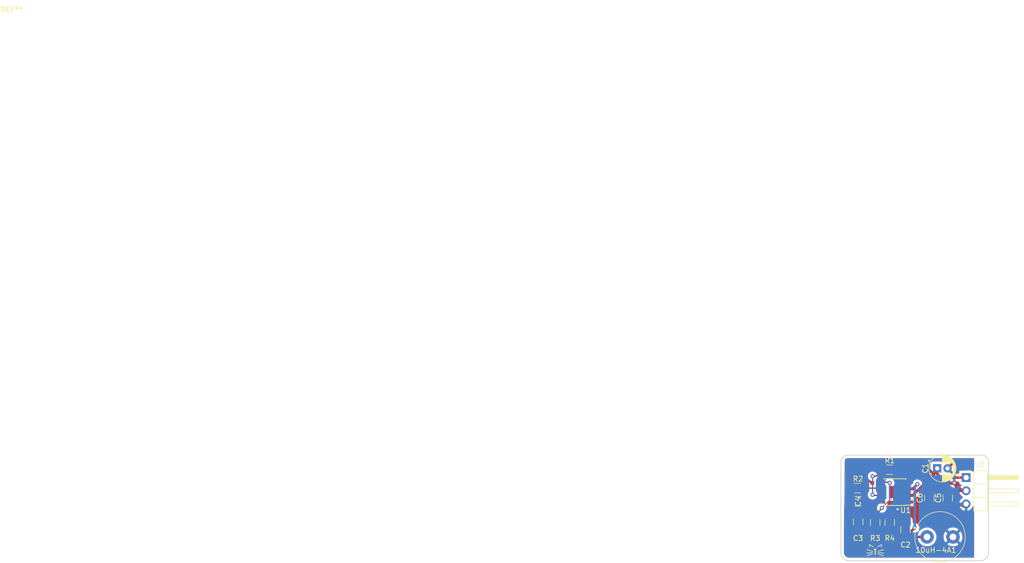
<source format=kicad_pcb>
(kicad_pcb (version 20171130) (host pcbnew "(5.0.0)")

  (general
    (thickness 1.6)
    (drawings 9)
    (tracks 66)
    (zones 0)
    (modules 16)
    (nets 11)
  )

  (page A4)
  (layers
    (0 F.Cu signal)
    (31 B.Cu signal)
    (32 B.Adhes user)
    (33 F.Adhes user)
    (34 B.Paste user)
    (35 F.Paste user)
    (36 B.SilkS user)
    (37 F.SilkS user)
    (38 B.Mask user)
    (39 F.Mask user)
    (40 Dwgs.User user)
    (41 Cmts.User user)
    (42 Eco1.User user)
    (43 Eco2.User user)
    (44 Edge.Cuts user)
    (45 Margin user)
    (46 B.CrtYd user)
    (47 F.CrtYd user)
    (48 B.Fab user)
    (49 F.Fab user)
  )

  (setup
    (last_trace_width 0.25)
    (trace_clearance 0.2)
    (zone_clearance 0.508)
    (zone_45_only no)
    (trace_min 0.2)
    (segment_width 0.2)
    (edge_width 0.15)
    (via_size 0.8)
    (via_drill 0.4)
    (via_min_size 0.4)
    (via_min_drill 0.3)
    (uvia_size 0.3)
    (uvia_drill 0.1)
    (uvias_allowed no)
    (uvia_min_size 0.2)
    (uvia_min_drill 0.1)
    (pcb_text_width 0.3)
    (pcb_text_size 1.5 1.5)
    (mod_edge_width 0.15)
    (mod_text_size 1 1)
    (mod_text_width 0.15)
    (pad_size 1.524 1.524)
    (pad_drill 0.762)
    (pad_to_mask_clearance 0.2)
    (aux_axis_origin 0 0)
    (visible_elements FFFFFF7F)
    (pcbplotparams
      (layerselection 0x010fc_ffffffff)
      (usegerberextensions false)
      (usegerberattributes false)
      (usegerberadvancedattributes false)
      (creategerberjobfile false)
      (excludeedgelayer true)
      (linewidth 0.100000)
      (plotframeref false)
      (viasonmask false)
      (mode 1)
      (useauxorigin false)
      (hpglpennumber 1)
      (hpglpenspeed 20)
      (hpglpendiameter 15.000000)
      (psnegative false)
      (psa4output false)
      (plotreference true)
      (plotvalue true)
      (plotinvisibletext false)
      (padsonsilk false)
      (subtractmaskfromsilk false)
      (outputformat 1)
      (mirror false)
      (drillshape 0)
      (scaleselection 1)
      (outputdirectory ""))
  )

  (net 0 "")
  (net 1 OUTPUT)
  (net 2 "Net-(10uH-4A1-Pad2)")
  (net 3 INPUT)
  (net 4 GND)
  (net 5 "Net-(C2-Pad1)")
  (net 6 "Net-(C3-Pad1)")
  (net 7 "Net-(C4-Pad2)")
  (net 8 "Net-(C4-Pad1)")
  (net 9 "Net-(R1-Pad1)")
  (net 10 "Net-(R3-Pad1)")

  (net_class Default "This is the default net class."
    (clearance 0.2)
    (trace_width 0.25)
    (via_dia 0.8)
    (via_drill 0.4)
    (uvia_dia 0.3)
    (uvia_drill 0.1)
    (add_net "Net-(C2-Pad1)")
    (add_net "Net-(C3-Pad1)")
    (add_net "Net-(C4-Pad1)")
    (add_net "Net-(C4-Pad2)")
    (add_net "Net-(R1-Pad1)")
    (add_net "Net-(R3-Pad1)")
  )

  (net_class Power ""
    (clearance 0.2)
    (trace_width 0.5)
    (via_dia 0.8)
    (via_drill 0.4)
    (uvia_dia 0.3)
    (uvia_drill 0.1)
    (add_net GND)
    (add_net INPUT)
    (add_net "Net-(10uH-4A1-Pad2)")
    (add_net OUTPUT)
  )

  (module LOGO (layer F.Cu) (tedit 5B6794F6) (tstamp 5B7464DF)
    (at 0 0)
    (fp_text reference REF** (at 0 0.5) (layer F.SilkS)
      (effects (font (size 1 1) (thickness 0.15)))
    )
    (fp_text value LOGO (at 0 -0.5) (layer F.Fab)
      (effects (font (size 1 1) (thickness 0.15)))
    )
  )

  (module LOGO (layer F.Cu) (tedit 5B6794F6) (tstamp 5B746491)
    (at 0 0)
    (fp_text reference REF** (at 0 0.5) (layer F.SilkS)
      (effects (font (size 1 1) (thickness 0.15)))
    )
    (fp_text value LOGO (at 0 -0.5) (layer F.Fab)
      (effects (font (size 1 1) (thickness 0.15)))
    )
  )

  (module Capacitor_THT:CP_Radial_D5.0mm_P2.00mm (layer F.Cu) (tedit 5AE50EF0) (tstamp 5B73CD7C)
    (at 178.308 88.9)
    (descr "CP, Radial series, Radial, pin pitch=2.00mm, , diameter=5mm, Electrolytic Capacitor")
    (tags "CP Radial series Radial pin pitch 2.00mm  diameter 5mm Electrolytic Capacitor")
    (path /5B67B840)
    (fp_text reference C1 (at -2.286 0 90) (layer F.SilkS)
      (effects (font (size 1 1) (thickness 0.15)))
    )
    (fp_text value 10uF (at 1 3.75) (layer F.Fab)
      (effects (font (size 1 1) (thickness 0.15)))
    )
    (fp_text user %R (at 1 0) (layer F.Fab)
      (effects (font (size 1 1) (thickness 0.15)))
    )
    (fp_line (start -1.554775 -1.725) (end -1.554775 -1.225) (layer F.SilkS) (width 0.12))
    (fp_line (start -1.804775 -1.475) (end -1.304775 -1.475) (layer F.SilkS) (width 0.12))
    (fp_line (start 3.601 -0.284) (end 3.601 0.284) (layer F.SilkS) (width 0.12))
    (fp_line (start 3.561 -0.518) (end 3.561 0.518) (layer F.SilkS) (width 0.12))
    (fp_line (start 3.521 -0.677) (end 3.521 0.677) (layer F.SilkS) (width 0.12))
    (fp_line (start 3.481 -0.805) (end 3.481 0.805) (layer F.SilkS) (width 0.12))
    (fp_line (start 3.441 -0.915) (end 3.441 0.915) (layer F.SilkS) (width 0.12))
    (fp_line (start 3.401 -1.011) (end 3.401 1.011) (layer F.SilkS) (width 0.12))
    (fp_line (start 3.361 -1.098) (end 3.361 1.098) (layer F.SilkS) (width 0.12))
    (fp_line (start 3.321 -1.178) (end 3.321 1.178) (layer F.SilkS) (width 0.12))
    (fp_line (start 3.281 -1.251) (end 3.281 1.251) (layer F.SilkS) (width 0.12))
    (fp_line (start 3.241 -1.319) (end 3.241 1.319) (layer F.SilkS) (width 0.12))
    (fp_line (start 3.201 -1.383) (end 3.201 1.383) (layer F.SilkS) (width 0.12))
    (fp_line (start 3.161 -1.443) (end 3.161 1.443) (layer F.SilkS) (width 0.12))
    (fp_line (start 3.121 -1.5) (end 3.121 1.5) (layer F.SilkS) (width 0.12))
    (fp_line (start 3.081 -1.554) (end 3.081 1.554) (layer F.SilkS) (width 0.12))
    (fp_line (start 3.041 -1.605) (end 3.041 1.605) (layer F.SilkS) (width 0.12))
    (fp_line (start 3.001 1.04) (end 3.001 1.653) (layer F.SilkS) (width 0.12))
    (fp_line (start 3.001 -1.653) (end 3.001 -1.04) (layer F.SilkS) (width 0.12))
    (fp_line (start 2.961 1.04) (end 2.961 1.699) (layer F.SilkS) (width 0.12))
    (fp_line (start 2.961 -1.699) (end 2.961 -1.04) (layer F.SilkS) (width 0.12))
    (fp_line (start 2.921 1.04) (end 2.921 1.743) (layer F.SilkS) (width 0.12))
    (fp_line (start 2.921 -1.743) (end 2.921 -1.04) (layer F.SilkS) (width 0.12))
    (fp_line (start 2.881 1.04) (end 2.881 1.785) (layer F.SilkS) (width 0.12))
    (fp_line (start 2.881 -1.785) (end 2.881 -1.04) (layer F.SilkS) (width 0.12))
    (fp_line (start 2.841 1.04) (end 2.841 1.826) (layer F.SilkS) (width 0.12))
    (fp_line (start 2.841 -1.826) (end 2.841 -1.04) (layer F.SilkS) (width 0.12))
    (fp_line (start 2.801 1.04) (end 2.801 1.864) (layer F.SilkS) (width 0.12))
    (fp_line (start 2.801 -1.864) (end 2.801 -1.04) (layer F.SilkS) (width 0.12))
    (fp_line (start 2.761 1.04) (end 2.761 1.901) (layer F.SilkS) (width 0.12))
    (fp_line (start 2.761 -1.901) (end 2.761 -1.04) (layer F.SilkS) (width 0.12))
    (fp_line (start 2.721 1.04) (end 2.721 1.937) (layer F.SilkS) (width 0.12))
    (fp_line (start 2.721 -1.937) (end 2.721 -1.04) (layer F.SilkS) (width 0.12))
    (fp_line (start 2.681 1.04) (end 2.681 1.971) (layer F.SilkS) (width 0.12))
    (fp_line (start 2.681 -1.971) (end 2.681 -1.04) (layer F.SilkS) (width 0.12))
    (fp_line (start 2.641 1.04) (end 2.641 2.004) (layer F.SilkS) (width 0.12))
    (fp_line (start 2.641 -2.004) (end 2.641 -1.04) (layer F.SilkS) (width 0.12))
    (fp_line (start 2.601 1.04) (end 2.601 2.035) (layer F.SilkS) (width 0.12))
    (fp_line (start 2.601 -2.035) (end 2.601 -1.04) (layer F.SilkS) (width 0.12))
    (fp_line (start 2.561 1.04) (end 2.561 2.065) (layer F.SilkS) (width 0.12))
    (fp_line (start 2.561 -2.065) (end 2.561 -1.04) (layer F.SilkS) (width 0.12))
    (fp_line (start 2.521 1.04) (end 2.521 2.095) (layer F.SilkS) (width 0.12))
    (fp_line (start 2.521 -2.095) (end 2.521 -1.04) (layer F.SilkS) (width 0.12))
    (fp_line (start 2.481 1.04) (end 2.481 2.122) (layer F.SilkS) (width 0.12))
    (fp_line (start 2.481 -2.122) (end 2.481 -1.04) (layer F.SilkS) (width 0.12))
    (fp_line (start 2.441 1.04) (end 2.441 2.149) (layer F.SilkS) (width 0.12))
    (fp_line (start 2.441 -2.149) (end 2.441 -1.04) (layer F.SilkS) (width 0.12))
    (fp_line (start 2.401 1.04) (end 2.401 2.175) (layer F.SilkS) (width 0.12))
    (fp_line (start 2.401 -2.175) (end 2.401 -1.04) (layer F.SilkS) (width 0.12))
    (fp_line (start 2.361 1.04) (end 2.361 2.2) (layer F.SilkS) (width 0.12))
    (fp_line (start 2.361 -2.2) (end 2.361 -1.04) (layer F.SilkS) (width 0.12))
    (fp_line (start 2.321 1.04) (end 2.321 2.224) (layer F.SilkS) (width 0.12))
    (fp_line (start 2.321 -2.224) (end 2.321 -1.04) (layer F.SilkS) (width 0.12))
    (fp_line (start 2.281 1.04) (end 2.281 2.247) (layer F.SilkS) (width 0.12))
    (fp_line (start 2.281 -2.247) (end 2.281 -1.04) (layer F.SilkS) (width 0.12))
    (fp_line (start 2.241 1.04) (end 2.241 2.268) (layer F.SilkS) (width 0.12))
    (fp_line (start 2.241 -2.268) (end 2.241 -1.04) (layer F.SilkS) (width 0.12))
    (fp_line (start 2.201 1.04) (end 2.201 2.29) (layer F.SilkS) (width 0.12))
    (fp_line (start 2.201 -2.29) (end 2.201 -1.04) (layer F.SilkS) (width 0.12))
    (fp_line (start 2.161 1.04) (end 2.161 2.31) (layer F.SilkS) (width 0.12))
    (fp_line (start 2.161 -2.31) (end 2.161 -1.04) (layer F.SilkS) (width 0.12))
    (fp_line (start 2.121 1.04) (end 2.121 2.329) (layer F.SilkS) (width 0.12))
    (fp_line (start 2.121 -2.329) (end 2.121 -1.04) (layer F.SilkS) (width 0.12))
    (fp_line (start 2.081 1.04) (end 2.081 2.348) (layer F.SilkS) (width 0.12))
    (fp_line (start 2.081 -2.348) (end 2.081 -1.04) (layer F.SilkS) (width 0.12))
    (fp_line (start 2.041 1.04) (end 2.041 2.365) (layer F.SilkS) (width 0.12))
    (fp_line (start 2.041 -2.365) (end 2.041 -1.04) (layer F.SilkS) (width 0.12))
    (fp_line (start 2.001 1.04) (end 2.001 2.382) (layer F.SilkS) (width 0.12))
    (fp_line (start 2.001 -2.382) (end 2.001 -1.04) (layer F.SilkS) (width 0.12))
    (fp_line (start 1.961 1.04) (end 1.961 2.398) (layer F.SilkS) (width 0.12))
    (fp_line (start 1.961 -2.398) (end 1.961 -1.04) (layer F.SilkS) (width 0.12))
    (fp_line (start 1.921 1.04) (end 1.921 2.414) (layer F.SilkS) (width 0.12))
    (fp_line (start 1.921 -2.414) (end 1.921 -1.04) (layer F.SilkS) (width 0.12))
    (fp_line (start 1.881 1.04) (end 1.881 2.428) (layer F.SilkS) (width 0.12))
    (fp_line (start 1.881 -2.428) (end 1.881 -1.04) (layer F.SilkS) (width 0.12))
    (fp_line (start 1.841 1.04) (end 1.841 2.442) (layer F.SilkS) (width 0.12))
    (fp_line (start 1.841 -2.442) (end 1.841 -1.04) (layer F.SilkS) (width 0.12))
    (fp_line (start 1.801 1.04) (end 1.801 2.455) (layer F.SilkS) (width 0.12))
    (fp_line (start 1.801 -2.455) (end 1.801 -1.04) (layer F.SilkS) (width 0.12))
    (fp_line (start 1.761 1.04) (end 1.761 2.468) (layer F.SilkS) (width 0.12))
    (fp_line (start 1.761 -2.468) (end 1.761 -1.04) (layer F.SilkS) (width 0.12))
    (fp_line (start 1.721 1.04) (end 1.721 2.48) (layer F.SilkS) (width 0.12))
    (fp_line (start 1.721 -2.48) (end 1.721 -1.04) (layer F.SilkS) (width 0.12))
    (fp_line (start 1.68 1.04) (end 1.68 2.491) (layer F.SilkS) (width 0.12))
    (fp_line (start 1.68 -2.491) (end 1.68 -1.04) (layer F.SilkS) (width 0.12))
    (fp_line (start 1.64 1.04) (end 1.64 2.501) (layer F.SilkS) (width 0.12))
    (fp_line (start 1.64 -2.501) (end 1.64 -1.04) (layer F.SilkS) (width 0.12))
    (fp_line (start 1.6 1.04) (end 1.6 2.511) (layer F.SilkS) (width 0.12))
    (fp_line (start 1.6 -2.511) (end 1.6 -1.04) (layer F.SilkS) (width 0.12))
    (fp_line (start 1.56 1.04) (end 1.56 2.52) (layer F.SilkS) (width 0.12))
    (fp_line (start 1.56 -2.52) (end 1.56 -1.04) (layer F.SilkS) (width 0.12))
    (fp_line (start 1.52 1.04) (end 1.52 2.528) (layer F.SilkS) (width 0.12))
    (fp_line (start 1.52 -2.528) (end 1.52 -1.04) (layer F.SilkS) (width 0.12))
    (fp_line (start 1.48 1.04) (end 1.48 2.536) (layer F.SilkS) (width 0.12))
    (fp_line (start 1.48 -2.536) (end 1.48 -1.04) (layer F.SilkS) (width 0.12))
    (fp_line (start 1.44 1.04) (end 1.44 2.543) (layer F.SilkS) (width 0.12))
    (fp_line (start 1.44 -2.543) (end 1.44 -1.04) (layer F.SilkS) (width 0.12))
    (fp_line (start 1.4 1.04) (end 1.4 2.55) (layer F.SilkS) (width 0.12))
    (fp_line (start 1.4 -2.55) (end 1.4 -1.04) (layer F.SilkS) (width 0.12))
    (fp_line (start 1.36 1.04) (end 1.36 2.556) (layer F.SilkS) (width 0.12))
    (fp_line (start 1.36 -2.556) (end 1.36 -1.04) (layer F.SilkS) (width 0.12))
    (fp_line (start 1.32 1.04) (end 1.32 2.561) (layer F.SilkS) (width 0.12))
    (fp_line (start 1.32 -2.561) (end 1.32 -1.04) (layer F.SilkS) (width 0.12))
    (fp_line (start 1.28 1.04) (end 1.28 2.565) (layer F.SilkS) (width 0.12))
    (fp_line (start 1.28 -2.565) (end 1.28 -1.04) (layer F.SilkS) (width 0.12))
    (fp_line (start 1.24 1.04) (end 1.24 2.569) (layer F.SilkS) (width 0.12))
    (fp_line (start 1.24 -2.569) (end 1.24 -1.04) (layer F.SilkS) (width 0.12))
    (fp_line (start 1.2 1.04) (end 1.2 2.573) (layer F.SilkS) (width 0.12))
    (fp_line (start 1.2 -2.573) (end 1.2 -1.04) (layer F.SilkS) (width 0.12))
    (fp_line (start 1.16 1.04) (end 1.16 2.576) (layer F.SilkS) (width 0.12))
    (fp_line (start 1.16 -2.576) (end 1.16 -1.04) (layer F.SilkS) (width 0.12))
    (fp_line (start 1.12 1.04) (end 1.12 2.578) (layer F.SilkS) (width 0.12))
    (fp_line (start 1.12 -2.578) (end 1.12 -1.04) (layer F.SilkS) (width 0.12))
    (fp_line (start 1.08 1.04) (end 1.08 2.579) (layer F.SilkS) (width 0.12))
    (fp_line (start 1.08 -2.579) (end 1.08 -1.04) (layer F.SilkS) (width 0.12))
    (fp_line (start 1.04 -2.58) (end 1.04 -1.04) (layer F.SilkS) (width 0.12))
    (fp_line (start 1.04 1.04) (end 1.04 2.58) (layer F.SilkS) (width 0.12))
    (fp_line (start 1 -2.58) (end 1 -1.04) (layer F.SilkS) (width 0.12))
    (fp_line (start 1 1.04) (end 1 2.58) (layer F.SilkS) (width 0.12))
    (fp_line (start -0.883605 -1.3375) (end -0.883605 -0.8375) (layer F.Fab) (width 0.1))
    (fp_line (start -1.133605 -1.0875) (end -0.633605 -1.0875) (layer F.Fab) (width 0.1))
    (fp_circle (center 1 0) (end 3.75 0) (layer F.CrtYd) (width 0.05))
    (fp_circle (center 1 0) (end 3.62 0) (layer F.SilkS) (width 0.12))
    (fp_circle (center 1 0) (end 3.5 0) (layer F.Fab) (width 0.1))
    (pad 2 thru_hole circle (at 2 0) (size 1.6 1.6) (drill 0.8) (layers *.Cu *.Mask)
      (net 4 GND))
    (pad 1 thru_hole rect (at 0 0) (size 1.6 1.6) (drill 0.8) (layers *.Cu *.Mask)
      (net 3 INPUT))
    (model ${KISYS3DMOD}/Capacitor_THT.3dshapes/CP_Radial_D5.0mm_P2.00mm.wrl
      (at (xyz 0 0 0))
      (scale (xyz 1 1 1))
      (rotate (xyz 0 0 0))
    )
  )

  (module Inductor_THT:L_Radial_D9.5mm_P5.00mm_Fastron_07HVP (layer F.Cu) (tedit 5AE59B06) (tstamp 5B73C34D)
    (at 181.356 102.108 180)
    (descr "Inductor, Radial series, Radial, pin pitch=5.00mm, , diameter=9.5mm, Fastron, 07HVP, http://www.fastrongroup.com/image-show/107/07HVP%2007HVP_T.pdf?type=Complete-DataSheet&productType=series")
    (tags "Inductor Radial series Radial pin pitch 5.00mm  diameter 9.5mm Fastron 07HVP")
    (path /5B67E582)
    (fp_text reference 10uH-4A1 (at 3.302 -2.54 180) (layer F.SilkS)
      (effects (font (size 1 1) (thickness 0.15)))
    )
    (fp_text value INDUCTOR (at 2.5 6 180) (layer F.Fab)
      (effects (font (size 1 1) (thickness 0.15)))
    )
    (fp_text user %R (at 2.5 0 180) (layer F.Fab)
      (effects (font (size 1 1) (thickness 0.15)))
    )
    (fp_circle (center 2.5 0) (end 7.5 0) (layer F.CrtYd) (width 0.05))
    (fp_circle (center 2.5 0) (end 7.37 0) (layer F.SilkS) (width 0.12))
    (fp_circle (center 2.5 0) (end 7.25 0) (layer F.Fab) (width 0.1))
    (pad 2 thru_hole circle (at 5 0 180) (size 2.6 2.6) (drill 1.3) (layers *.Cu *.Mask)
      (net 2 "Net-(10uH-4A1-Pad2)"))
    (pad 1 thru_hole circle (at 0 0 180) (size 2.6 2.6) (drill 1.3) (layers *.Cu *.Mask)
      (net 1 OUTPUT))
    (model ${KISYS3DMOD}/Inductor_THT.3dshapes/L_Radial_D9.5mm_P5.00mm_Fastron_07HVP.wrl
      (at (xyz 0 0 0))
      (scale (xyz 1 1 1))
      (rotate (xyz 0 0 0))
    )
  )

  (module Capacitor_SMD:C_1206_3216Metric (layer F.Cu) (tedit 5B301BBE) (tstamp 5B73C36F)
    (at 172.212 100.708 270)
    (descr "Capacitor SMD 1206 (3216 Metric), square (rectangular) end terminal, IPC_7351 nominal, (Body size source: http://www.tortai-tech.com/upload/download/2011102023233369053.pdf), generated with kicad-footprint-generator")
    (tags capacitor)
    (path /5B67DCFC)
    (attr smd)
    (fp_text reference C2 (at 2.924 0) (layer F.SilkS)
      (effects (font (size 1 1) (thickness 0.15)))
    )
    (fp_text value 10nF (at 0 1.82 270) (layer F.Fab)
      (effects (font (size 1 1) (thickness 0.15)))
    )
    (fp_text user %R (at 0 0 270) (layer F.Fab)
      (effects (font (size 0.8 0.8) (thickness 0.12)))
    )
    (fp_line (start 2.28 1.12) (end -2.28 1.12) (layer F.CrtYd) (width 0.05))
    (fp_line (start 2.28 -1.12) (end 2.28 1.12) (layer F.CrtYd) (width 0.05))
    (fp_line (start -2.28 -1.12) (end 2.28 -1.12) (layer F.CrtYd) (width 0.05))
    (fp_line (start -2.28 1.12) (end -2.28 -1.12) (layer F.CrtYd) (width 0.05))
    (fp_line (start -0.602064 0.91) (end 0.602064 0.91) (layer F.SilkS) (width 0.12))
    (fp_line (start -0.602064 -0.91) (end 0.602064 -0.91) (layer F.SilkS) (width 0.12))
    (fp_line (start 1.6 0.8) (end -1.6 0.8) (layer F.Fab) (width 0.1))
    (fp_line (start 1.6 -0.8) (end 1.6 0.8) (layer F.Fab) (width 0.1))
    (fp_line (start -1.6 -0.8) (end 1.6 -0.8) (layer F.Fab) (width 0.1))
    (fp_line (start -1.6 0.8) (end -1.6 -0.8) (layer F.Fab) (width 0.1))
    (pad 2 smd roundrect (at 1.4 0 270) (size 1.25 1.75) (layers F.Cu F.Paste F.Mask) (roundrect_rratio 0.2)
      (net 2 "Net-(10uH-4A1-Pad2)"))
    (pad 1 smd roundrect (at -1.4 0 270) (size 1.25 1.75) (layers F.Cu F.Paste F.Mask) (roundrect_rratio 0.2)
      (net 5 "Net-(C2-Pad1)"))
    (model ${KISYS3DMOD}/Capacitor_SMD.3dshapes/C_1206_3216Metric.wrl
      (at (xyz 0 0 0))
      (scale (xyz 1 1 1))
      (rotate (xyz 0 0 0))
    )
  )

  (module Capacitor_SMD:C_1206_3216Metric (layer F.Cu) (tedit 5B301BBE) (tstamp 5B73C380)
    (at 163.086786 99.197618 270)
    (descr "Capacitor SMD 1206 (3216 Metric), square (rectangular) end terminal, IPC_7351 nominal, (Body size source: http://www.tortai-tech.com/upload/download/2011102023233369053.pdf), generated with kicad-footprint-generator")
    (tags capacitor)
    (path /5B691AFA)
    (attr smd)
    (fp_text reference C3 (at 3.164382 0.018786) (layer F.SilkS)
      (effects (font (size 1 1) (thickness 0.15)))
    )
    (fp_text value .1uF (at 0 1.82 270) (layer F.Fab)
      (effects (font (size 1 1) (thickness 0.15)))
    )
    (fp_text user %R (at 0 0 270) (layer F.Fab)
      (effects (font (size 0.8 0.8) (thickness 0.12)))
    )
    (fp_line (start 2.28 1.12) (end -2.28 1.12) (layer F.CrtYd) (width 0.05))
    (fp_line (start 2.28 -1.12) (end 2.28 1.12) (layer F.CrtYd) (width 0.05))
    (fp_line (start -2.28 -1.12) (end 2.28 -1.12) (layer F.CrtYd) (width 0.05))
    (fp_line (start -2.28 1.12) (end -2.28 -1.12) (layer F.CrtYd) (width 0.05))
    (fp_line (start -0.602064 0.91) (end 0.602064 0.91) (layer F.SilkS) (width 0.12))
    (fp_line (start -0.602064 -0.91) (end 0.602064 -0.91) (layer F.SilkS) (width 0.12))
    (fp_line (start 1.6 0.8) (end -1.6 0.8) (layer F.Fab) (width 0.1))
    (fp_line (start 1.6 -0.8) (end 1.6 0.8) (layer F.Fab) (width 0.1))
    (fp_line (start -1.6 -0.8) (end 1.6 -0.8) (layer F.Fab) (width 0.1))
    (fp_line (start -1.6 0.8) (end -1.6 -0.8) (layer F.Fab) (width 0.1))
    (pad 2 smd roundrect (at 1.4 0 270) (size 1.25 1.75) (layers F.Cu F.Paste F.Mask) (roundrect_rratio 0.2)
      (net 4 GND))
    (pad 1 smd roundrect (at -1.4 0 270) (size 1.25 1.75) (layers F.Cu F.Paste F.Mask) (roundrect_rratio 0.2)
      (net 6 "Net-(C3-Pad1)"))
    (model ${KISYS3DMOD}/Capacitor_SMD.3dshapes/C_1206_3216Metric.wrl
      (at (xyz 0 0 0))
      (scale (xyz 1 1 1))
      (rotate (xyz 0 0 0))
    )
  )

  (module Capacitor_SMD:C_1206_3216Metric (layer F.Cu) (tedit 5B301BBE) (tstamp 5B73C391)
    (at 162.938 92.71 180)
    (descr "Capacitor SMD 1206 (3216 Metric), square (rectangular) end terminal, IPC_7351 nominal, (Body size source: http://www.tortai-tech.com/upload/download/2011102023233369053.pdf), generated with kicad-footprint-generator")
    (tags capacitor)
    (path /5B67CF84)
    (attr smd)
    (fp_text reference C4 (at -0.13 -2.54 270) (layer F.SilkS)
      (effects (font (size 1 1) (thickness 0.15)))
    )
    (fp_text value 3.9nF (at 0 1.82 180) (layer F.Fab)
      (effects (font (size 1 1) (thickness 0.15)))
    )
    (fp_text user %R (at 0 0 180) (layer F.Fab)
      (effects (font (size 0.8 0.8) (thickness 0.12)))
    )
    (fp_line (start 2.28 1.12) (end -2.28 1.12) (layer F.CrtYd) (width 0.05))
    (fp_line (start 2.28 -1.12) (end 2.28 1.12) (layer F.CrtYd) (width 0.05))
    (fp_line (start -2.28 -1.12) (end 2.28 -1.12) (layer F.CrtYd) (width 0.05))
    (fp_line (start -2.28 1.12) (end -2.28 -1.12) (layer F.CrtYd) (width 0.05))
    (fp_line (start -0.602064 0.91) (end 0.602064 0.91) (layer F.SilkS) (width 0.12))
    (fp_line (start -0.602064 -0.91) (end 0.602064 -0.91) (layer F.SilkS) (width 0.12))
    (fp_line (start 1.6 0.8) (end -1.6 0.8) (layer F.Fab) (width 0.1))
    (fp_line (start 1.6 -0.8) (end 1.6 0.8) (layer F.Fab) (width 0.1))
    (fp_line (start -1.6 -0.8) (end 1.6 -0.8) (layer F.Fab) (width 0.1))
    (fp_line (start -1.6 0.8) (end -1.6 -0.8) (layer F.Fab) (width 0.1))
    (pad 2 smd roundrect (at 1.4 0 180) (size 1.25 1.75) (layers F.Cu F.Paste F.Mask) (roundrect_rratio 0.2)
      (net 7 "Net-(C4-Pad2)"))
    (pad 1 smd roundrect (at -1.4 0 180) (size 1.25 1.75) (layers F.Cu F.Paste F.Mask) (roundrect_rratio 0.2)
      (net 8 "Net-(C4-Pad1)"))
    (model ${KISYS3DMOD}/Capacitor_SMD.3dshapes/C_1206_3216Metric.wrl
      (at (xyz 0 0 0))
      (scale (xyz 1 1 1))
      (rotate (xyz 0 0 0))
    )
  )

  (module Capacitor_SMD:C_1206_3216Metric (layer F.Cu) (tedit 5B301BBE) (tstamp 5B73C3A2)
    (at 180.34 94.612 90)
    (descr "Capacitor SMD 1206 (3216 Metric), square (rectangular) end terminal, IPC_7351 nominal, (Body size source: http://www.tortai-tech.com/upload/download/2011102023233369053.pdf), generated with kicad-footprint-generator")
    (tags capacitor)
    (path /5B683B62)
    (attr smd)
    (fp_text reference C5 (at 0 -1.82 90) (layer F.SilkS)
      (effects (font (size 1 1) (thickness 0.15)))
    )
    (fp_text value 22uF (at 0 1.82 90) (layer F.Fab)
      (effects (font (size 1 1) (thickness 0.15)))
    )
    (fp_text user %R (at 0 0 90) (layer F.Fab)
      (effects (font (size 0.8 0.8) (thickness 0.12)))
    )
    (fp_line (start 2.28 1.12) (end -2.28 1.12) (layer F.CrtYd) (width 0.05))
    (fp_line (start 2.28 -1.12) (end 2.28 1.12) (layer F.CrtYd) (width 0.05))
    (fp_line (start -2.28 -1.12) (end 2.28 -1.12) (layer F.CrtYd) (width 0.05))
    (fp_line (start -2.28 1.12) (end -2.28 -1.12) (layer F.CrtYd) (width 0.05))
    (fp_line (start -0.602064 0.91) (end 0.602064 0.91) (layer F.SilkS) (width 0.12))
    (fp_line (start -0.602064 -0.91) (end 0.602064 -0.91) (layer F.SilkS) (width 0.12))
    (fp_line (start 1.6 0.8) (end -1.6 0.8) (layer F.Fab) (width 0.1))
    (fp_line (start 1.6 -0.8) (end 1.6 0.8) (layer F.Fab) (width 0.1))
    (fp_line (start -1.6 -0.8) (end 1.6 -0.8) (layer F.Fab) (width 0.1))
    (fp_line (start -1.6 0.8) (end -1.6 -0.8) (layer F.Fab) (width 0.1))
    (pad 2 smd roundrect (at 1.4 0 90) (size 1.25 1.75) (layers F.Cu F.Paste F.Mask) (roundrect_rratio 0.2)
      (net 4 GND))
    (pad 1 smd roundrect (at -1.4 0 90) (size 1.25 1.75) (layers F.Cu F.Paste F.Mask) (roundrect_rratio 0.2)
      (net 1 OUTPUT))
    (model ${KISYS3DMOD}/Capacitor_SMD.3dshapes/C_1206_3216Metric.wrl
      (at (xyz 0 0 0))
      (scale (xyz 1 1 1))
      (rotate (xyz 0 0 0))
    )
  )

  (module Capacitor_SMD:C_1206_3216Metric (layer F.Cu) (tedit 5B301BBE) (tstamp 5B73C3B3)
    (at 176.784 94.618 90)
    (descr "Capacitor SMD 1206 (3216 Metric), square (rectangular) end terminal, IPC_7351 nominal, (Body size source: http://www.tortai-tech.com/upload/download/2011102023233369053.pdf), generated with kicad-footprint-generator")
    (tags capacitor)
    (path /5B683BEE)
    (attr smd)
    (fp_text reference C6 (at 0 -1.82 90) (layer F.SilkS)
      (effects (font (size 1 1) (thickness 0.15)))
    )
    (fp_text value 22uF (at 0 1.82 90) (layer F.Fab)
      (effects (font (size 1 1) (thickness 0.15)))
    )
    (fp_text user %R (at 0 0 90) (layer F.Fab)
      (effects (font (size 0.8 0.8) (thickness 0.12)))
    )
    (fp_line (start 2.28 1.12) (end -2.28 1.12) (layer F.CrtYd) (width 0.05))
    (fp_line (start 2.28 -1.12) (end 2.28 1.12) (layer F.CrtYd) (width 0.05))
    (fp_line (start -2.28 -1.12) (end 2.28 -1.12) (layer F.CrtYd) (width 0.05))
    (fp_line (start -2.28 1.12) (end -2.28 -1.12) (layer F.CrtYd) (width 0.05))
    (fp_line (start -0.602064 0.91) (end 0.602064 0.91) (layer F.SilkS) (width 0.12))
    (fp_line (start -0.602064 -0.91) (end 0.602064 -0.91) (layer F.SilkS) (width 0.12))
    (fp_line (start 1.6 0.8) (end -1.6 0.8) (layer F.Fab) (width 0.1))
    (fp_line (start 1.6 -0.8) (end 1.6 0.8) (layer F.Fab) (width 0.1))
    (fp_line (start -1.6 -0.8) (end 1.6 -0.8) (layer F.Fab) (width 0.1))
    (fp_line (start -1.6 0.8) (end -1.6 -0.8) (layer F.Fab) (width 0.1))
    (pad 2 smd roundrect (at 1.4 0 90) (size 1.25 1.75) (layers F.Cu F.Paste F.Mask) (roundrect_rratio 0.2)
      (net 4 GND))
    (pad 1 smd roundrect (at -1.4 0 90) (size 1.25 1.75) (layers F.Cu F.Paste F.Mask) (roundrect_rratio 0.2)
      (net 1 OUTPUT))
    (model ${KISYS3DMOD}/Capacitor_SMD.3dshapes/C_1206_3216Metric.wrl
      (at (xyz 0 0 0))
      (scale (xyz 1 1 1))
      (rotate (xyz 0 0 0))
    )
  )

  (module Connector_PinHeader_2.54mm:PinHeader_1x03_P2.54mm_Horizontal (layer F.Cu) (tedit 59FED5CB) (tstamp 5B73C3F3)
    (at 183.896 90.678)
    (descr "Through hole angled pin header, 1x03, 2.54mm pitch, 6mm pin length, single row")
    (tags "Through hole angled pin header THT 1x03 2.54mm single row")
    (path /5B67B2D9)
    (fp_text reference J1 (at 2.794 -2.54) (layer F.SilkS)
      (effects (font (size 1 1) (thickness 0.15)))
    )
    (fp_text value Conn_01x03_Male (at 4.385 7.35) (layer F.Fab)
      (effects (font (size 1 1) (thickness 0.15)))
    )
    (fp_text user %R (at 2.77 2.54 90) (layer F.Fab)
      (effects (font (size 1 1) (thickness 0.15)))
    )
    (fp_line (start 10.55 -1.8) (end -1.8 -1.8) (layer F.CrtYd) (width 0.05))
    (fp_line (start 10.55 6.85) (end 10.55 -1.8) (layer F.CrtYd) (width 0.05))
    (fp_line (start -1.8 6.85) (end 10.55 6.85) (layer F.CrtYd) (width 0.05))
    (fp_line (start -1.8 -1.8) (end -1.8 6.85) (layer F.CrtYd) (width 0.05))
    (fp_line (start -1.27 -1.27) (end 0 -1.27) (layer F.SilkS) (width 0.12))
    (fp_line (start -1.27 0) (end -1.27 -1.27) (layer F.SilkS) (width 0.12))
    (fp_line (start 1.042929 5.46) (end 1.44 5.46) (layer F.SilkS) (width 0.12))
    (fp_line (start 1.042929 4.7) (end 1.44 4.7) (layer F.SilkS) (width 0.12))
    (fp_line (start 10.1 5.46) (end 4.1 5.46) (layer F.SilkS) (width 0.12))
    (fp_line (start 10.1 4.7) (end 10.1 5.46) (layer F.SilkS) (width 0.12))
    (fp_line (start 4.1 4.7) (end 10.1 4.7) (layer F.SilkS) (width 0.12))
    (fp_line (start 1.44 3.81) (end 4.1 3.81) (layer F.SilkS) (width 0.12))
    (fp_line (start 1.042929 2.92) (end 1.44 2.92) (layer F.SilkS) (width 0.12))
    (fp_line (start 1.042929 2.16) (end 1.44 2.16) (layer F.SilkS) (width 0.12))
    (fp_line (start 10.1 2.92) (end 4.1 2.92) (layer F.SilkS) (width 0.12))
    (fp_line (start 10.1 2.16) (end 10.1 2.92) (layer F.SilkS) (width 0.12))
    (fp_line (start 4.1 2.16) (end 10.1 2.16) (layer F.SilkS) (width 0.12))
    (fp_line (start 1.44 1.27) (end 4.1 1.27) (layer F.SilkS) (width 0.12))
    (fp_line (start 1.11 0.38) (end 1.44 0.38) (layer F.SilkS) (width 0.12))
    (fp_line (start 1.11 -0.38) (end 1.44 -0.38) (layer F.SilkS) (width 0.12))
    (fp_line (start 4.1 0.28) (end 10.1 0.28) (layer F.SilkS) (width 0.12))
    (fp_line (start 4.1 0.16) (end 10.1 0.16) (layer F.SilkS) (width 0.12))
    (fp_line (start 4.1 0.04) (end 10.1 0.04) (layer F.SilkS) (width 0.12))
    (fp_line (start 4.1 -0.08) (end 10.1 -0.08) (layer F.SilkS) (width 0.12))
    (fp_line (start 4.1 -0.2) (end 10.1 -0.2) (layer F.SilkS) (width 0.12))
    (fp_line (start 4.1 -0.32) (end 10.1 -0.32) (layer F.SilkS) (width 0.12))
    (fp_line (start 10.1 0.38) (end 4.1 0.38) (layer F.SilkS) (width 0.12))
    (fp_line (start 10.1 -0.38) (end 10.1 0.38) (layer F.SilkS) (width 0.12))
    (fp_line (start 4.1 -0.38) (end 10.1 -0.38) (layer F.SilkS) (width 0.12))
    (fp_line (start 4.1 -1.33) (end 1.44 -1.33) (layer F.SilkS) (width 0.12))
    (fp_line (start 4.1 6.41) (end 4.1 -1.33) (layer F.SilkS) (width 0.12))
    (fp_line (start 1.44 6.41) (end 4.1 6.41) (layer F.SilkS) (width 0.12))
    (fp_line (start 1.44 -1.33) (end 1.44 6.41) (layer F.SilkS) (width 0.12))
    (fp_line (start 4.04 5.4) (end 10.04 5.4) (layer F.Fab) (width 0.1))
    (fp_line (start 10.04 4.76) (end 10.04 5.4) (layer F.Fab) (width 0.1))
    (fp_line (start 4.04 4.76) (end 10.04 4.76) (layer F.Fab) (width 0.1))
    (fp_line (start -0.32 5.4) (end 1.5 5.4) (layer F.Fab) (width 0.1))
    (fp_line (start -0.32 4.76) (end -0.32 5.4) (layer F.Fab) (width 0.1))
    (fp_line (start -0.32 4.76) (end 1.5 4.76) (layer F.Fab) (width 0.1))
    (fp_line (start 4.04 2.86) (end 10.04 2.86) (layer F.Fab) (width 0.1))
    (fp_line (start 10.04 2.22) (end 10.04 2.86) (layer F.Fab) (width 0.1))
    (fp_line (start 4.04 2.22) (end 10.04 2.22) (layer F.Fab) (width 0.1))
    (fp_line (start -0.32 2.86) (end 1.5 2.86) (layer F.Fab) (width 0.1))
    (fp_line (start -0.32 2.22) (end -0.32 2.86) (layer F.Fab) (width 0.1))
    (fp_line (start -0.32 2.22) (end 1.5 2.22) (layer F.Fab) (width 0.1))
    (fp_line (start 4.04 0.32) (end 10.04 0.32) (layer F.Fab) (width 0.1))
    (fp_line (start 10.04 -0.32) (end 10.04 0.32) (layer F.Fab) (width 0.1))
    (fp_line (start 4.04 -0.32) (end 10.04 -0.32) (layer F.Fab) (width 0.1))
    (fp_line (start -0.32 0.32) (end 1.5 0.32) (layer F.Fab) (width 0.1))
    (fp_line (start -0.32 -0.32) (end -0.32 0.32) (layer F.Fab) (width 0.1))
    (fp_line (start -0.32 -0.32) (end 1.5 -0.32) (layer F.Fab) (width 0.1))
    (fp_line (start 1.5 -0.635) (end 2.135 -1.27) (layer F.Fab) (width 0.1))
    (fp_line (start 1.5 6.35) (end 1.5 -0.635) (layer F.Fab) (width 0.1))
    (fp_line (start 4.04 6.35) (end 1.5 6.35) (layer F.Fab) (width 0.1))
    (fp_line (start 4.04 -1.27) (end 4.04 6.35) (layer F.Fab) (width 0.1))
    (fp_line (start 2.135 -1.27) (end 4.04 -1.27) (layer F.Fab) (width 0.1))
    (pad 3 thru_hole oval (at 0 5.08) (size 1.7 1.7) (drill 1) (layers *.Cu *.Mask)
      (net 1 OUTPUT))
    (pad 2 thru_hole oval (at 0 2.54) (size 1.7 1.7) (drill 1) (layers *.Cu *.Mask)
      (net 4 GND))
    (pad 1 thru_hole rect (at 0 0) (size 1.7 1.7) (drill 1) (layers *.Cu *.Mask)
      (net 3 INPUT))
    (model ${KISYS3DMOD}/Connector_PinHeader_2.54mm.3dshapes/PinHeader_1x03_P2.54mm_Horizontal.wrl
      (at (xyz 0 0 0))
      (scale (xyz 1 1 1))
      (rotate (xyz 0 0 0))
    )
  )

  (module Resistor_SMD:R_1206_3216Metric (layer F.Cu) (tedit 5B301BBD) (tstamp 5B73C404)
    (at 169.164 89.154)
    (descr "Resistor SMD 1206 (3216 Metric), square (rectangular) end terminal, IPC_7351 nominal, (Body size source: http://www.tortai-tech.com/upload/download/2011102023233369053.pdf), generated with kicad-footprint-generator")
    (tags resistor)
    (path /5B67B5D2)
    (attr smd)
    (fp_text reference R1 (at 0 -1.778) (layer F.SilkS)
      (effects (font (size 1 1) (thickness 0.15)))
    )
    (fp_text value R100K (at 0 1.82) (layer F.Fab)
      (effects (font (size 1 1) (thickness 0.15)))
    )
    (fp_text user %R (at 0 0) (layer F.Fab)
      (effects (font (size 0.8 0.8) (thickness 0.12)))
    )
    (fp_line (start 2.28 1.12) (end -2.28 1.12) (layer F.CrtYd) (width 0.05))
    (fp_line (start 2.28 -1.12) (end 2.28 1.12) (layer F.CrtYd) (width 0.05))
    (fp_line (start -2.28 -1.12) (end 2.28 -1.12) (layer F.CrtYd) (width 0.05))
    (fp_line (start -2.28 1.12) (end -2.28 -1.12) (layer F.CrtYd) (width 0.05))
    (fp_line (start -0.602064 0.91) (end 0.602064 0.91) (layer F.SilkS) (width 0.12))
    (fp_line (start -0.602064 -0.91) (end 0.602064 -0.91) (layer F.SilkS) (width 0.12))
    (fp_line (start 1.6 0.8) (end -1.6 0.8) (layer F.Fab) (width 0.1))
    (fp_line (start 1.6 -0.8) (end 1.6 0.8) (layer F.Fab) (width 0.1))
    (fp_line (start -1.6 -0.8) (end 1.6 -0.8) (layer F.Fab) (width 0.1))
    (fp_line (start -1.6 0.8) (end -1.6 -0.8) (layer F.Fab) (width 0.1))
    (pad 2 smd roundrect (at 1.4 0) (size 1.25 1.75) (layers F.Cu F.Paste F.Mask) (roundrect_rratio 0.2)
      (net 3 INPUT))
    (pad 1 smd roundrect (at -1.4 0) (size 1.25 1.75) (layers F.Cu F.Paste F.Mask) (roundrect_rratio 0.2)
      (net 9 "Net-(R1-Pad1)"))
    (model ${KISYS3DMOD}/Resistor_SMD.3dshapes/R_1206_3216Metric.wrl
      (at (xyz 0 0 0))
      (scale (xyz 1 1 1))
      (rotate (xyz 0 0 0))
    )
  )

  (module Resistor_SMD:R_1206_3216Metric (layer F.Cu) (tedit 5B301BBD) (tstamp 5B73C415)
    (at 163.068 95.25)
    (descr "Resistor SMD 1206 (3216 Metric), square (rectangular) end terminal, IPC_7351 nominal, (Body size source: http://www.tortai-tech.com/upload/download/2011102023233369053.pdf), generated with kicad-footprint-generator")
    (tags resistor)
    (path /5B67D010)
    (attr smd)
    (fp_text reference R2 (at 0 -4.318) (layer F.SilkS)
      (effects (font (size 1 1) (thickness 0.15)))
    )
    (fp_text value 6.8k (at 0 1.82) (layer F.Fab)
      (effects (font (size 1 1) (thickness 0.15)))
    )
    (fp_text user %R (at 0 0) (layer F.Fab)
      (effects (font (size 0.8 0.8) (thickness 0.12)))
    )
    (fp_line (start 2.28 1.12) (end -2.28 1.12) (layer F.CrtYd) (width 0.05))
    (fp_line (start 2.28 -1.12) (end 2.28 1.12) (layer F.CrtYd) (width 0.05))
    (fp_line (start -2.28 -1.12) (end 2.28 -1.12) (layer F.CrtYd) (width 0.05))
    (fp_line (start -2.28 1.12) (end -2.28 -1.12) (layer F.CrtYd) (width 0.05))
    (fp_line (start -0.602064 0.91) (end 0.602064 0.91) (layer F.SilkS) (width 0.12))
    (fp_line (start -0.602064 -0.91) (end 0.602064 -0.91) (layer F.SilkS) (width 0.12))
    (fp_line (start 1.6 0.8) (end -1.6 0.8) (layer F.Fab) (width 0.1))
    (fp_line (start 1.6 -0.8) (end 1.6 0.8) (layer F.Fab) (width 0.1))
    (fp_line (start -1.6 -0.8) (end 1.6 -0.8) (layer F.Fab) (width 0.1))
    (fp_line (start -1.6 0.8) (end -1.6 -0.8) (layer F.Fab) (width 0.1))
    (pad 2 smd roundrect (at 1.4 0) (size 1.25 1.75) (layers F.Cu F.Paste F.Mask) (roundrect_rratio 0.2)
      (net 4 GND))
    (pad 1 smd roundrect (at -1.4 0) (size 1.25 1.75) (layers F.Cu F.Paste F.Mask) (roundrect_rratio 0.2)
      (net 7 "Net-(C4-Pad2)"))
    (model ${KISYS3DMOD}/Resistor_SMD.3dshapes/R_1206_3216Metric.wrl
      (at (xyz 0 0 0))
      (scale (xyz 1 1 1))
      (rotate (xyz 0 0 0))
    )
  )

  (module Resistor_SMD:R_1206_3216Metric (layer F.Cu) (tedit 5B301BBD) (tstamp 5B73C426)
    (at 166.37 99.314 270)
    (descr "Resistor SMD 1206 (3216 Metric), square (rectangular) end terminal, IPC_7351 nominal, (Body size source: http://www.tortai-tech.com/upload/download/2011102023233369053.pdf), generated with kicad-footprint-generator")
    (tags resistor)
    (path /5B683AC5)
    (attr smd)
    (fp_text reference R3 (at 3.048 0) (layer F.SilkS)
      (effects (font (size 1 1) (thickness 0.15)))
    )
    (fp_text value 10k (at 0 1.82 270) (layer F.Fab)
      (effects (font (size 1 1) (thickness 0.15)))
    )
    (fp_text user %R (at 0 0 270) (layer F.Fab)
      (effects (font (size 0.8 0.8) (thickness 0.12)))
    )
    (fp_line (start 2.28 1.12) (end -2.28 1.12) (layer F.CrtYd) (width 0.05))
    (fp_line (start 2.28 -1.12) (end 2.28 1.12) (layer F.CrtYd) (width 0.05))
    (fp_line (start -2.28 -1.12) (end 2.28 -1.12) (layer F.CrtYd) (width 0.05))
    (fp_line (start -2.28 1.12) (end -2.28 -1.12) (layer F.CrtYd) (width 0.05))
    (fp_line (start -0.602064 0.91) (end 0.602064 0.91) (layer F.SilkS) (width 0.12))
    (fp_line (start -0.602064 -0.91) (end 0.602064 -0.91) (layer F.SilkS) (width 0.12))
    (fp_line (start 1.6 0.8) (end -1.6 0.8) (layer F.Fab) (width 0.1))
    (fp_line (start 1.6 -0.8) (end 1.6 0.8) (layer F.Fab) (width 0.1))
    (fp_line (start -1.6 -0.8) (end 1.6 -0.8) (layer F.Fab) (width 0.1))
    (fp_line (start -1.6 0.8) (end -1.6 -0.8) (layer F.Fab) (width 0.1))
    (pad 2 smd roundrect (at 1.4 0 270) (size 1.25 1.75) (layers F.Cu F.Paste F.Mask) (roundrect_rratio 0.2)
      (net 4 GND))
    (pad 1 smd roundrect (at -1.4 0 270) (size 1.25 1.75) (layers F.Cu F.Paste F.Mask) (roundrect_rratio 0.2)
      (net 10 "Net-(R3-Pad1)"))
    (model ${KISYS3DMOD}/Resistor_SMD.3dshapes/R_1206_3216Metric.wrl
      (at (xyz 0 0 0))
      (scale (xyz 1 1 1))
      (rotate (xyz 0 0 0))
    )
  )

  (module Resistor_SMD:R_1206_3216Metric (layer F.Cu) (tedit 5B301BBD) (tstamp 5B73C437)
    (at 169.164 99.314 270)
    (descr "Resistor SMD 1206 (3216 Metric), square (rectangular) end terminal, IPC_7351 nominal, (Body size source: http://www.tortai-tech.com/upload/download/2011102023233369053.pdf), generated with kicad-footprint-generator")
    (tags resistor)
    (path /5B6832B8)
    (attr smd)
    (fp_text reference R4 (at 3.048 0) (layer F.SilkS)
      (effects (font (size 1 1) (thickness 0.15)))
    )
    (fp_text value 44.2k (at 0 1.82 270) (layer F.Fab)
      (effects (font (size 1 1) (thickness 0.15)))
    )
    (fp_text user %R (at 0 0 270) (layer F.Fab)
      (effects (font (size 0.8 0.8) (thickness 0.12)))
    )
    (fp_line (start 2.28 1.12) (end -2.28 1.12) (layer F.CrtYd) (width 0.05))
    (fp_line (start 2.28 -1.12) (end 2.28 1.12) (layer F.CrtYd) (width 0.05))
    (fp_line (start -2.28 -1.12) (end 2.28 -1.12) (layer F.CrtYd) (width 0.05))
    (fp_line (start -2.28 1.12) (end -2.28 -1.12) (layer F.CrtYd) (width 0.05))
    (fp_line (start -0.602064 0.91) (end 0.602064 0.91) (layer F.SilkS) (width 0.12))
    (fp_line (start -0.602064 -0.91) (end 0.602064 -0.91) (layer F.SilkS) (width 0.12))
    (fp_line (start 1.6 0.8) (end -1.6 0.8) (layer F.Fab) (width 0.1))
    (fp_line (start 1.6 -0.8) (end 1.6 0.8) (layer F.Fab) (width 0.1))
    (fp_line (start -1.6 -0.8) (end 1.6 -0.8) (layer F.Fab) (width 0.1))
    (fp_line (start -1.6 0.8) (end -1.6 -0.8) (layer F.Fab) (width 0.1))
    (pad 2 smd roundrect (at 1.4 0 270) (size 1.25 1.75) (layers F.Cu F.Paste F.Mask) (roundrect_rratio 0.2)
      (net 10 "Net-(R3-Pad1)"))
    (pad 1 smd roundrect (at -1.4 0 270) (size 1.25 1.75) (layers F.Cu F.Paste F.Mask) (roundrect_rratio 0.2)
      (net 1 OUTPUT))
    (model ${KISYS3DMOD}/Resistor_SMD.3dshapes/R_1206_3216Metric.wrl
      (at (xyz 0 0 0))
      (scale (xyz 1 1 1))
      (rotate (xyz 0 0 0))
    )
  )

  (module Package_SO:SOIC-8-1EP_3.9x4.9mm_P1.27mm_EP2.35x2.35mm (layer F.Cu) (tedit 5A65EC84) (tstamp 5B73C459)
    (at 170.18 93.472 180)
    (descr "8-Lead Thermally Enhanced Plastic Small Outline (SE) - Narrow, 3.90 mm Body [SOIC] (see Microchip Packaging Specification 00000049BS.pdf)")
    (tags "SOIC 1.27")
    (path /5B67B1F4)
    (attr smd)
    (fp_text reference U1 (at -2.032 -3.5 180) (layer F.SilkS)
      (effects (font (size 1 1) (thickness 0.15)))
    )
    (fp_text value MP2307 (at -0.219001 3.510999 180) (layer F.Fab)
      (effects (font (size 1 1) (thickness 0.15)))
    )
    (fp_line (start -2.075 -2.525) (end -3.475 -2.525) (layer F.SilkS) (width 0.15))
    (fp_line (start -2.075 2.575) (end 2.075 2.575) (layer F.SilkS) (width 0.15))
    (fp_line (start -2.075 -2.575) (end 2.075 -2.575) (layer F.SilkS) (width 0.15))
    (fp_line (start -2.075 2.575) (end -2.075 2.43) (layer F.SilkS) (width 0.15))
    (fp_line (start 2.075 2.575) (end 2.075 2.43) (layer F.SilkS) (width 0.15))
    (fp_line (start 2.075 -2.575) (end 2.075 -2.43) (layer F.SilkS) (width 0.15))
    (fp_line (start -2.075 -2.575) (end -2.075 -2.525) (layer F.SilkS) (width 0.15))
    (fp_line (start -3.75 2.75) (end 3.75 2.75) (layer F.CrtYd) (width 0.05))
    (fp_line (start -3.75 -2.75) (end 3.75 -2.75) (layer F.CrtYd) (width 0.05))
    (fp_line (start 3.75 -2.75) (end 3.75 2.75) (layer F.CrtYd) (width 0.05))
    (fp_line (start -3.75 -2.75) (end -3.75 2.75) (layer F.CrtYd) (width 0.05))
    (fp_line (start -1.95 -1.45) (end -0.95 -2.45) (layer F.Fab) (width 0.15))
    (fp_line (start -1.95 2.45) (end -1.95 -1.45) (layer F.Fab) (width 0.15))
    (fp_line (start 1.95 2.45) (end -1.95 2.45) (layer F.Fab) (width 0.15))
    (fp_line (start 1.95 -2.45) (end 1.95 2.45) (layer F.Fab) (width 0.15))
    (fp_line (start -0.95 -2.45) (end 1.95 -2.45) (layer F.Fab) (width 0.15))
    (fp_text user %R (at 0 0 180) (layer F.Fab)
      (effects (font (size 0.9 0.9) (thickness 0.135)))
    )
    (pad "" smd rect (at 0.5875 -0.5875 180) (size 0.95 0.95) (layers F.Paste))
    (pad "" smd rect (at -0.5875 -0.5875 180) (size 0.95 0.95) (layers F.Paste))
    (pad "" smd rect (at -0.5875 0.5875 180) (size 0.95 0.95) (layers F.Paste))
    (pad 9 smd rect (at 0 0 180) (size 2.35 2.35) (layers F.Cu F.Mask)
      (net 4 GND))
    (pad "" smd rect (at 0.5875 0.5875 180) (size 0.95 0.95) (layers F.Paste))
    (pad 8 smd rect (at 2.7 -1.905 180) (size 1.55 0.6) (layers F.Cu F.Paste F.Mask)
      (net 6 "Net-(C3-Pad1)"))
    (pad 7 smd rect (at 2.7 -0.635 180) (size 1.55 0.6) (layers F.Cu F.Paste F.Mask)
      (net 9 "Net-(R1-Pad1)"))
    (pad 6 smd rect (at 2.7 0.635 180) (size 1.55 0.6) (layers F.Cu F.Paste F.Mask)
      (net 8 "Net-(C4-Pad1)"))
    (pad 5 smd rect (at 2.7 1.905 180) (size 1.55 0.6) (layers F.Cu F.Paste F.Mask)
      (net 10 "Net-(R3-Pad1)"))
    (pad 4 smd rect (at -2.7 1.905 180) (size 1.55 0.6) (layers F.Cu F.Paste F.Mask)
      (net 4 GND))
    (pad 3 smd rect (at -2.7 0.635 180) (size 1.55 0.6) (layers F.Cu F.Paste F.Mask)
      (net 2 "Net-(10uH-4A1-Pad2)"))
    (pad 2 smd rect (at -2.7 -0.635 180) (size 1.55 0.6) (layers F.Cu F.Paste F.Mask)
      (net 3 INPUT))
    (pad 1 smd rect (at -2.7 -1.905 180) (size 1.55 0.6) (layers F.Cu F.Paste F.Mask)
      (net 5 "Net-(C2-Pad1)"))
    (model ${KISYS3DMOD}/Package_SO.3dshapes/SOIC-8-1EP_3.9x4.9mm_P1.27mm_EP2.35x2.35mm.wrl
      (at (xyz 0 0 0))
      (scale (xyz 1 1 1))
      (rotate (xyz 0 0 0))
    )
  )

  (module 5vstep:LOGO (layer F.Cu) (tedit 0) (tstamp 5B8CA1AF)
    (at 166.37 104.648)
    (fp_text reference G*** (at 0 0) (layer F.SilkS) hide
      (effects (font (size 1.524 1.524) (thickness 0.3)))
    )
    (fp_text value LOGO (at 0.75 0) (layer F.SilkS) hide
      (effects (font (size 1.524 1.524) (thickness 0.3)))
    )
    (fp_poly (pts (xy 1.257681 -1.156265) (xy 1.257716 -1.148029) (xy 1.257644 -1.134898) (xy 1.257469 -1.117246)
      (xy 1.257198 -1.095447) (xy 1.256835 -1.069875) (xy 1.256386 -1.040905) (xy 1.255857 -1.008909)
      (xy 1.255254 -0.974262) (xy 1.254581 -0.937339) (xy 1.253845 -0.898513) (xy 1.253207 -0.866035)
      (xy 1.252401 -0.825262) (xy 1.251629 -0.785621) (xy 1.250897 -0.747534) (xy 1.250214 -0.711425)
      (xy 1.249587 -0.677714) (xy 1.249024 -0.646825) (xy 1.248533 -0.61918) (xy 1.248121 -0.5952)
      (xy 1.247796 -0.575308) (xy 1.247565 -0.559927) (xy 1.247436 -0.549479) (xy 1.247411 -0.545394)
      (xy 1.247423 -0.516466) (xy 1.125446 -0.516466) (xy 1.127201 -0.573616) (xy 1.127752 -0.592737)
      (xy 1.128331 -0.61496) (xy 1.128927 -0.639744) (xy 1.129531 -0.666548) (xy 1.130135 -0.694831)
      (xy 1.130728 -0.724051) (xy 1.131301 -0.753669) (xy 1.131844 -0.783141) (xy 1.132349 -0.811929)
      (xy 1.132806 -0.83949) (xy 1.133205 -0.865284) (xy 1.133536 -0.888769) (xy 1.133791 -0.909405)
      (xy 1.13396 -0.92665) (xy 1.134034 -0.939963) (xy 1.134002 -0.948804) (xy 1.133856 -0.95263)
      (xy 1.133821 -0.952742) (xy 1.13125 -0.951549) (xy 1.124031 -0.947769) (xy 1.112448 -0.941561)
      (xy 1.096788 -0.933079) (xy 1.077335 -0.922481) (xy 1.054374 -0.909923) (xy 1.02819 -0.895561)
      (xy 0.999069 -0.879553) (xy 0.967296 -0.862054) (xy 0.933156 -0.843221) (xy 0.896934 -0.823211)
      (xy 0.858915 -0.80218) (xy 0.819385 -0.780284) (xy 0.798417 -0.768659) (xy 0.758151 -0.746337)
      (xy 0.71921 -0.724768) (xy 0.681884 -0.704111) (xy 0.646461 -0.684525) (xy 0.613229 -0.666169)
      (xy 0.582477 -0.649202) (xy 0.554494 -0.633783) (xy 0.529568 -0.620071) (xy 0.507988 -0.608225)
      (xy 0.490043 -0.598404) (xy 0.476021 -0.590766) (xy 0.466211 -0.585472) (xy 0.460901 -0.58268)
      (xy 0.460023 -0.582271) (xy 0.457359 -0.583753) (xy 0.452926 -0.589298) (xy 0.446551 -0.599172)
      (xy 0.438059 -0.613642) (xy 0.428978 -0.629878) (xy 0.42067 -0.64511) (xy 0.413339 -0.65884)
      (xy 0.407418 -0.670236) (xy 0.403337 -0.678463) (xy 0.401529 -0.68269) (xy 0.401486 -0.682879)
      (xy 0.403147 -0.684706) (xy 0.4085 -0.688469) (xy 0.417681 -0.694247) (xy 0.430827 -0.702117)
      (xy 0.448075 -0.712158) (xy 0.469562 -0.72445) (xy 0.495426 -0.739071) (xy 0.525802 -0.756099)
      (xy 0.560828 -0.775614) (xy 0.60064 -0.797694) (xy 0.615975 -0.806177) (xy 0.655284 -0.827915)
      (xy 0.698414 -0.851775) (xy 0.744344 -0.877191) (xy 0.792054 -0.903598) (xy 0.840522 -0.930431)
      (xy 0.888728 -0.957124) (xy 0.935649 -0.983111) (xy 0.980264 -1.007828) (xy 1.021553 -1.03071)
      (xy 1.043597 -1.042929) (xy 1.075533 -1.060609) (xy 1.106048 -1.077451) (xy 1.134781 -1.093259)
      (xy 1.161375 -1.107839) (xy 1.18547 -1.120996) (xy 1.206707 -1.132533) (xy 1.224727 -1.142257)
      (xy 1.239171 -1.149972) (xy 1.24968 -1.155483) (xy 1.255896 -1.158595) (xy 1.257532 -1.159231)
      (xy 1.257681 -1.156265)) (layer F.SilkS) (width 0.01))
    (fp_poly (pts (xy -1.161792 -1.158086) (xy -1.154573 -1.154402) (xy -1.143101 -1.148344) (xy -1.127718 -1.140095)
      (xy -1.108764 -1.129842) (xy -1.086577 -1.117769) (xy -1.061499 -1.104062) (xy -1.03387 -1.088906)
      (xy -1.004028 -1.072485) (xy -0.972315 -1.054986) (xy -0.939071 -1.036593) (xy -0.926473 -1.029612)
      (xy -0.886972 -1.007713) (xy -0.844763 -0.984322) (xy -0.800669 -0.959894) (xy -0.755512 -0.934884)
      (xy -0.710113 -0.909746) (xy -0.665294 -0.884936) (xy -0.621876 -0.860908) (xy -0.580682 -0.838118)
      (xy -0.542532 -0.817019) (xy -0.50825 -0.798068) (xy -0.498824 -0.792859) (xy -0.462561 -0.7728)
      (xy -0.430969 -0.755269) (xy -0.403761 -0.7401) (xy -0.380651 -0.727125) (xy -0.36135 -0.716177)
      (xy -0.345571 -0.707089) (xy -0.333027 -0.699693) (xy -0.323432 -0.693822) (xy -0.316496 -0.689308)
      (xy -0.311934 -0.685984) (xy -0.309458 -0.683683) (xy -0.308781 -0.682238) (xy -0.308795 -0.682159)
      (xy -0.310478 -0.67819) (xy -0.314463 -0.670147) (xy -0.320303 -0.658888) (xy -0.327555 -0.645269)
      (xy -0.335771 -0.630148) (xy -0.336315 -0.629158) (xy -0.346648 -0.610694) (xy -0.354728 -0.597057)
      (xy -0.360729 -0.587978) (xy -0.364828 -0.583188) (xy -0.366889 -0.582271) (xy -0.369825 -0.583745)
      (xy -0.377407 -0.5878) (xy -0.389346 -0.594278) (xy -0.405354 -0.603021) (xy -0.425141 -0.613868)
      (xy -0.44842 -0.626661) (xy -0.474901 -0.641241) (xy -0.504296 -0.657449) (xy -0.536316 -0.675126)
      (xy -0.570673 -0.694113) (xy -0.607078 -0.714251) (xy -0.645242 -0.735382) (xy -0.684877 -0.757345)
      (xy -0.705283 -0.768659) (xy -0.745484 -0.790941) (xy -0.784322 -0.812439) (xy -0.821511 -0.832996)
      (xy -0.856766 -0.852457) (xy -0.889802 -0.870665) (xy -0.920333 -0.887463) (xy -0.948075 -0.902695)
      (xy -0.972742 -0.916204) (xy -0.994049 -0.927834) (xy -1.011711 -0.937429) (xy -1.025443 -0.944832)
      (xy -1.03496 -0.949886) (xy -1.039976 -0.952434) (xy -1.040711 -0.952718) (xy -1.040878 -0.949759)
      (xy -1.04093 -0.941697) (xy -1.040875 -0.929075) (xy -1.040723 -0.912433) (xy -1.040484 -0.892313)
      (xy -1.040167 -0.869255) (xy -1.03978 -0.843802) (xy -1.039335 -0.816494) (xy -1.03884 -0.787872)
      (xy -1.038304 -0.758478) (xy -1.037738 -0.728853) (xy -1.03715 -0.699538) (xy -1.036549 -0.671074)
      (xy -1.035946 -0.644002) (xy -1.03535 -0.618864) (xy -1.03477 -0.5962) (xy -1.034216 -0.576553)
      (xy -1.034083 -0.572205) (xy -1.032353 -0.516466) (xy -1.154289 -0.516466) (xy -1.154279 -0.545394)
      (xy -1.154334 -0.552231) (xy -1.154497 -0.564289) (xy -1.15476 -0.581146) (xy -1.155115 -0.602379)
      (xy -1.155555 -0.627566) (xy -1.156072 -0.656285) (xy -1.156658 -0.688114) (xy -1.157306 -0.72263)
      (xy -1.158008 -0.759411) (xy -1.158756 -0.798035) (xy -1.159543 -0.83808) (xy -1.160098 -0.866012)
      (xy -1.160885 -0.906101) (xy -1.161611 -0.944589) (xy -1.162273 -0.981102) (xy -1.162863 -1.015267)
      (xy -1.163377 -1.046709) (xy -1.16381 -1.075054) (xy -1.164155 -1.099929) (xy -1.164407 -1.120958)
      (xy -1.164561 -1.137768) (xy -1.164611 -1.149986) (xy -1.164551 -1.157236) (xy -1.16442 -1.159209)
      (xy -1.161792 -1.158086)) (layer F.SilkS) (width 0.01))
    (fp_poly (pts (xy -1.618237 -0.182589) (xy -1.610301 -0.180089) (xy -1.597596 -0.176039) (xy -1.580418 -0.170536)
      (xy -1.559066 -0.163677) (xy -1.533837 -0.155557) (xy -1.505028 -0.146274) (xy -1.472937 -0.135923)
      (xy -1.43786 -0.1246) (xy -1.400096 -0.112403) (xy -1.359942 -0.099427) (xy -1.317696 -0.085769)
      (xy -1.273654 -0.071525) (xy -1.228113 -0.056792) (xy -1.181373 -0.041665) (xy -1.133729 -0.026242)
      (xy -1.085479 -0.010618) (xy -1.036921 0.00511) (xy -0.988352 0.020846) (xy -0.940069 0.036494)
      (xy -0.89237 0.051956) (xy -0.845552 0.067138) (xy -0.799913 0.081941) (xy -0.755749 0.096271)
      (xy -0.713359 0.110031) (xy -0.67304 0.123124) (xy -0.635089 0.135454) (xy -0.599803 0.146925)
      (xy -0.567481 0.157441) (xy -0.538419 0.166904) (xy -0.512914 0.175219) (xy -0.491265 0.18229)
      (xy -0.473768 0.18802) (xy -0.460721 0.192312) (xy -0.452421 0.195071) (xy -0.449166 0.196199)
      (xy -0.44913 0.196219) (xy -0.449511 0.199183) (xy -0.451381 0.206509) (xy -0.454436 0.217234)
      (xy -0.458373 0.230401) (xy -0.462887 0.245047) (xy -0.467675 0.260214) (xy -0.472434 0.27494)
      (xy -0.476858 0.288267) (xy -0.480646 0.299233) (xy -0.483492 0.306879) (xy -0.485094 0.310244)
      (xy -0.485225 0.310321) (xy -0.488024 0.309453) (xy -0.495949 0.306926) (xy -0.508755 0.302818)
      (xy -0.526199 0.297208) (xy -0.548035 0.290176) (xy -0.57402 0.2818) (xy -0.60391 0.272159)
      (xy -0.637459 0.261332) (xy -0.674424 0.249398) (xy -0.71456 0.236435) (xy -0.757624 0.222523)
      (xy -0.80337 0.20774) (xy -0.851555 0.192166) (xy -0.901933 0.175879) (xy -0.954262 0.158957)
      (xy -1.008296 0.141481) (xy -1.063791 0.123528) (xy -1.072444 0.120729) (xy -1.128129 0.102712)
      (xy -1.182382 0.085157) (xy -1.234959 0.068144) (xy -1.285617 0.05175) (xy -1.334111 0.036055)
      (xy -1.380198 0.021139) (xy -1.423634 0.007079) (xy -1.464176 -0.006046) (xy -1.501579 -0.018155)
      (xy -1.5356 -0.029171) (xy -1.565995 -0.039015) (xy -1.59252 -0.047607) (xy -1.614932 -0.054869)
      (xy -1.632987 -0.060722) (xy -1.646441 -0.065087) (xy -1.65505 -0.067884) (xy -1.658571 -0.069036)
      (xy -1.658646 -0.069062) (xy -1.658104 -0.071748) (xy -1.656055 -0.078826) (xy -1.652811 -0.089345)
      (xy -1.648683 -0.102354) (xy -1.643984 -0.116902) (xy -1.639025 -0.132038) (xy -1.63412 -0.146811)
      (xy -1.629579 -0.16027) (xy -1.625715 -0.171464) (xy -1.622841 -0.179442) (xy -1.621268 -0.183253)
      (xy -1.621107 -0.183444) (xy -1.618237 -0.182589)) (layer F.SilkS) (width 0.01))
    (fp_poly (pts (xy 1.650105 -0.173992) (xy 1.651734 -0.170608) (xy 1.654597 -0.162929) (xy 1.658386 -0.151931)
      (xy 1.662795 -0.138591) (xy 1.667519 -0.123883) (xy 1.67225 -0.108785) (xy 1.676683 -0.094271)
      (xy 1.680511 -0.081319) (xy 1.683428 -0.070903) (xy 1.685128 -0.064001) (xy 1.685372 -0.061606)
      (xy 1.682616 -0.060634) (xy 1.674788 -0.058022) (xy 1.662185 -0.053865) (xy 1.645105 -0.048261)
      (xy 1.623846 -0.041306) (xy 1.598706 -0.033096) (xy 1.569983 -0.023729) (xy 1.537975 -0.0133)
      (xy 1.502979 -0.001907) (xy 1.465294 0.010354) (xy 1.425217 0.023386) (xy 1.383046 0.037093)
      (xy 1.339079 0.051378) (xy 1.293614 0.066144) (xy 1.246949 0.081296) (xy 1.199382 0.096735)
      (xy 1.151209 0.112366) (xy 1.102731 0.128092) (xy 1.054243 0.143817) (xy 1.006045 0.159443)
      (xy 0.958433 0.174874) (xy 0.911706 0.190014) (xy 0.866162 0.204766) (xy 0.822099 0.219033)
      (xy 0.779814 0.232719) (xy 0.739605 0.245726) (xy 0.70177 0.257959) (xy 0.666608 0.269321)
      (xy 0.634415 0.279715) (xy 0.60549 0.289045) (xy 0.58013 0.297214) (xy 0.558634 0.304125)
      (xy 0.5413 0.309681) (xy 0.528424 0.313787) (xy 0.520306 0.316345) (xy 0.517878 0.317087)
      (xy 0.515858 0.317232) (xy 0.513903 0.315977) (xy 0.511731 0.312674) (xy 0.509062 0.306677)
      (xy 0.505613 0.29734) (xy 0.501103 0.284017) (xy 0.49525 0.266061) (xy 0.494079 0.26243)
      (xy 0.48874 0.245597) (xy 0.484162 0.230632) (xy 0.480579 0.218345) (xy 0.478223 0.209546)
      (xy 0.477331 0.205046) (xy 0.477388 0.20465) (xy 0.480246 0.203577) (xy 0.488171 0.200878)
      (xy 0.500864 0.196647) (xy 0.518028 0.190981) (xy 0.539367 0.183976) (xy 0.564582 0.175728)
      (xy 0.593378 0.166332) (xy 0.625456 0.155885) (xy 0.66052 0.144482) (xy 0.698272 0.13222)
      (xy 0.738416 0.119194) (xy 0.780654 0.105501) (xy 0.824689 0.091236) (xy 0.870224 0.076495)
      (xy 0.916962 0.061374) (xy 0.964605 0.04597) (xy 1.012857 0.030377) (xy 1.06142 0.014692)
      (xy 1.109997 -0.000988) (xy 1.158292 -0.016569) (xy 1.206006 -0.031954) (xy 1.252843 -0.047047)
      (xy 1.298506 -0.061753) (xy 1.342697 -0.075975) (xy 1.38512 -0.089617) (xy 1.425477 -0.102584)
      (xy 1.463471 -0.11478) (xy 1.498805 -0.126108) (xy 1.531181 -0.136472) (xy 1.560303 -0.145778)
      (xy 1.585874 -0.153928) (xy 1.607596 -0.160827) (xy 1.625172 -0.166379) (xy 1.638306 -0.170488)
      (xy 1.646699 -0.173058) (xy 1.650055 -0.173993) (xy 1.650105 -0.173992)) (layer F.SilkS) (width 0.01))
    (fp_poly (pts (xy -0.486318 0.426814) (xy -0.485558 0.434427) (xy -0.484614 0.445626) (xy -0.483555 0.459389)
      (xy -0.482451 0.474693) (xy -0.481373 0.490515) (xy -0.480389 0.505831) (xy -0.47957 0.519619)
      (xy -0.478985 0.530855) (xy -0.478704 0.538517) (xy -0.478797 0.541581) (xy -0.478798 0.541583)
      (xy -0.481648 0.541881) (xy -0.489814 0.542537) (xy -0.50298 0.543531) (xy -0.520829 0.54484)
      (xy -0.543045 0.546443) (xy -0.569314 0.548318) (xy -0.599318 0.550444) (xy -0.632742 0.552798)
      (xy -0.66927 0.555359) (xy -0.708586 0.558106) (xy -0.750374 0.561016) (xy -0.794317 0.564068)
      (xy -0.840101 0.567241) (xy -0.887409 0.570512) (xy -0.935924 0.57386) (xy -0.985332 0.577264)
      (xy -1.035316 0.580701) (xy -1.085559 0.58415) (xy -1.135747 0.587589) (xy -1.185563 0.590997)
      (xy -1.234692 0.594351) (xy -1.282816 0.597631) (xy -1.329621 0.600814) (xy -1.37479 0.603879)
      (xy -1.418007 0.606804) (xy -1.458957 0.609568) (xy -1.497323 0.612148) (xy -1.532789 0.614524)
      (xy -1.56504 0.616672) (xy -1.593759 0.618573) (xy -1.618631 0.620203) (xy -1.639339 0.621542)
      (xy -1.655568 0.622568) (xy -1.667001 0.623258) (xy -1.673323 0.623592) (xy -1.674283 0.623621)
      (xy -1.682368 0.623479) (xy -1.686322 0.622234) (xy -1.687658 0.618873) (xy -1.687849 0.614539)
      (xy -1.688108 0.608739) (xy -1.688726 0.598447) (xy -1.689627 0.584799) (xy -1.690738 0.56893)
      (xy -1.691684 0.555978) (xy -1.692846 0.539952) (xy -1.693797 0.526018) (xy -1.69448 0.515093)
      (xy -1.694838 0.508092) (xy -1.69484 0.505907) (xy -1.692003 0.505625) (xy -1.683848 0.504986)
      (xy -1.67069 0.504013) (xy -1.652843 0.502726) (xy -1.630621 0.501147) (xy -1.60434 0.499297)
      (xy -1.574312 0.497197) (xy -1.540853 0.49487) (xy -1.504276 0.492336) (xy -1.464897 0.489616)
      (xy -1.423029 0.486733) (xy -1.378986 0.483707) (xy -1.333084 0.480559) (xy -1.285636 0.477312)
      (xy -1.236956 0.473986) (xy -1.18736 0.470604) (xy -1.137161 0.467185) (xy -1.086673 0.463752)
      (xy -1.036211 0.460325) (xy -0.986089 0.456927) (xy -0.936622 0.453579) (xy -0.888124 0.450301)
      (xy -0.840908 0.447116) (xy -0.795291 0.444045) (xy -0.751585 0.441108) (xy -0.710105 0.438328)
      (xy -0.671165 0.435726) (xy -0.63508 0.433323) (xy -0.602165 0.431141) (xy -0.572732 0.4292)
      (xy -0.547097 0.427523) (xy -0.525574 0.42613) (xy -0.508478 0.425043) (xy -0.496122 0.424284)
      (xy -0.488821 0.423873) (xy -0.486825 0.423812) (xy -0.486318 0.426814)) (layer F.SilkS) (width 0.01))
    (fp_poly (pts (xy 0.518109 0.432253) (xy 0.526277 0.432715) (xy 0.539447 0.433522) (xy 0.557305 0.434654)
      (xy 0.579537 0.436088) (xy 0.605828 0.437805) (xy 0.635864 0.439781) (xy 0.669331 0.441997)
      (xy 0.705914 0.44443) (xy 0.745299 0.447059) (xy 0.787172 0.449863) (xy 0.831218 0.45282)
      (xy 0.877123 0.455909) (xy 0.924572 0.459109) (xy 0.973252 0.462399) (xy 1.022848 0.465756)
      (xy 1.073045 0.46916) (xy 1.123529 0.472589) (xy 1.173986 0.476022) (xy 1.224102 0.479438)
      (xy 1.273562 0.482814) (xy 1.322052 0.486131) (xy 1.369257 0.489365) (xy 1.414863 0.492497)
      (xy 1.458556 0.495505) (xy 1.500022 0.498366) (xy 1.538945 0.501061) (xy 1.575012 0.503567)
      (xy 1.607909 0.505864) (xy 1.637321 0.507929) (xy 1.662933 0.509742) (xy 1.684432 0.51128)
      (xy 1.701503 0.512524) (xy 1.713832 0.513451) (xy 1.721104 0.51404) (xy 1.723073 0.514256)
      (xy 1.723117 0.517185) (xy 1.722777 0.524849) (xy 1.722105 0.536356) (xy 1.721154 0.550813)
      (xy 1.71998 0.567267) (xy 1.718744 0.584257) (xy 1.71766 0.599642) (xy 1.716798 0.612402)
      (xy 1.716227 0.621512) (xy 1.716017 0.625828) (xy 1.715569 0.62919) (xy 1.71353 0.631058)
      (xy 1.708648 0.631823) (xy 1.699669 0.631879) (xy 1.696861 0.631832) (xy 1.692207 0.631605)
      (xy 1.682194 0.631005) (xy 1.667097 0.630051) (xy 1.647189 0.62876) (xy 1.622742 0.627152)
      (xy 1.594031 0.625245) (xy 1.561327 0.623057) (xy 1.524905 0.620606) (xy 1.485038 0.617912)
      (xy 1.441998 0.614992) (xy 1.396059 0.611865) (xy 1.347493 0.60855) (xy 1.296575 0.605065)
      (xy 1.243578 0.601428) (xy 1.188773 0.597658) (xy 1.132436 0.593773) (xy 1.093611 0.591091)
      (xy 1.036664 0.587153) (xy 0.981217 0.583318) (xy 0.927534 0.579604) (xy 0.875875 0.57603)
      (xy 0.826505 0.572613) (xy 0.779686 0.569372) (xy 0.735679 0.566325) (xy 0.694749 0.56349)
      (xy 0.657157 0.560885) (xy 0.623165 0.558529) (xy 0.593038 0.55644) (xy 0.567036 0.554636)
      (xy 0.545423 0.553134) (xy 0.52846 0.551954) (xy 0.516412 0.551114) (xy 0.50954 0.550631)
      (xy 0.507942 0.550515) (xy 0.507728 0.547817) (xy 0.507874 0.540494) (xy 0.50832 0.529553)
      (xy 0.509002 0.515996) (xy 0.50986 0.500829) (xy 0.51083 0.485057) (xy 0.511851 0.469683)
      (xy 0.51286 0.455712) (xy 0.513796 0.44415) (xy 0.514596 0.435999) (xy 0.515198 0.432266)
      (xy 0.515258 0.432159) (xy 0.518109 0.432253)) (layer F.SilkS) (width 0.01))
    (fp_poly (pts (xy 0.2794 -0.079022) (xy 0.090311 -0.079022) (xy 0.090311 0.9144) (xy -0.095955 0.9144)
      (xy -0.095955 -0.079022) (xy -0.285044 -0.079022) (xy -0.285044 -0.248355) (xy 0.2794 -0.248355)
      (xy 0.2794 -0.079022)) (layer F.SilkS) (width 0.01))
    (fp_poly (pts (xy -0.488671 0.665753) (xy -0.486067 0.67271) (xy -0.482389 0.683139) (xy -0.477953 0.696087)
      (xy -0.473073 0.710601) (xy -0.468065 0.725729) (xy -0.463243 0.740515) (xy -0.458922 0.754009)
      (xy -0.455419 0.765255) (xy -0.453047 0.773301) (xy -0.452122 0.777194) (xy -0.45215 0.777404)
      (xy -0.454874 0.778314) (xy -0.462723 0.780881) (xy -0.475451 0.785025) (xy -0.492814 0.790667)
      (xy -0.514566 0.797726) (xy -0.540462 0.806124) (xy -0.570255 0.815781) (xy -0.603701 0.826617)
      (xy -0.640554 0.838554) (xy -0.680568 0.851511) (xy -0.723498 0.865409) (xy -0.769099 0.880168)
      (xy -0.817124 0.895709) (xy -0.86733 0.911953) (xy -0.919469 0.928819) (xy -0.973297 0.946229)
      (xy -1.028568 0.964103) (xy -1.031141 0.964935) (xy -1.086518 0.982843) (xy -1.140489 1.000298)
      (xy -1.192806 1.01722) (xy -1.243222 1.03353) (xy -1.29149 1.049147) (xy -1.337363 1.06399)
      (xy -1.380593 1.077981) (xy -1.420933 1.091039) (xy -1.458137 1.103084) (xy -1.491956 1.114036)
      (xy -1.522144 1.123815) (xy -1.548453 1.132341) (xy -1.570637 1.139533) (xy -1.588447 1.145313)
      (xy -1.601637 1.149599) (xy -1.60996 1.152312) (xy -1.613168 1.153372) (xy -1.613185 1.153378)
      (xy -1.617084 1.152241) (xy -1.619635 1.148077) (xy -1.62208 1.141187) (xy -1.625545 1.130817)
      (xy -1.629724 1.117945) (xy -1.634312 1.103549) (xy -1.639004 1.088609) (xy -1.643496 1.074104)
      (xy -1.647481 1.06101) (xy -1.650655 1.050308) (xy -1.652712 1.042977) (xy -1.653348 1.039993)
      (xy -1.653339 1.039977) (xy -1.650617 1.039039) (xy -1.642822 1.036461) (xy -1.630253 1.032341)
      (xy -1.613208 1.026774) (xy -1.591986 1.019858) (xy -1.566884 1.011689) (xy -1.538202 1.002363)
      (xy -1.506237 0.991978) (xy -1.471289 0.98063) (xy -1.433655 0.968416) (xy -1.393633 0.955431)
      (xy -1.351522 0.941774) (xy -1.307621 0.92754) (xy -1.262228 0.912825) (xy -1.21564 0.897728)
      (xy -1.168157 0.882343) (xy -1.120077 0.866769) (xy -1.071698 0.851101) (xy -1.023318 0.835436)
      (xy -0.975236 0.819871) (xy -0.92775 0.804502) (xy -0.881159 0.789426) (xy -0.835761 0.77474)
      (xy -0.791854 0.760539) (xy -0.749736 0.746922) (xy -0.709707 0.733984) (xy -0.672063 0.721821)
      (xy -0.637105 0.710532) (xy -0.605129 0.700211) (xy -0.576435 0.690957) (xy -0.55132 0.682865)
      (xy -0.530084 0.676032) (xy -0.513023 0.670554) (xy -0.500438 0.666529) (xy -0.492626 0.664053)
      (xy -0.489887 0.663222) (xy -0.488671 0.665753)) (layer F.SilkS) (width 0.01))
    (fp_poly (pts (xy 0.522986 0.672782) (xy 0.52671 0.673922) (xy 0.535449 0.676691) (xy 0.548904 0.680993)
      (xy 0.566775 0.686731) (xy 0.588765 0.693807) (xy 0.614572 0.702125) (xy 0.643899 0.711588)
      (xy 0.676447 0.722099) (xy 0.711916 0.73356) (xy 0.750008 0.745876) (xy 0.790423 0.758949)
      (xy 0.832862 0.772682) (xy 0.877027 0.786978) (xy 0.922618 0.80174) (xy 0.969337 0.816872)
      (xy 1.016884 0.832276) (xy 1.06496 0.847856) (xy 1.113266 0.863514) (xy 1.161504 0.879154)
      (xy 1.209374 0.894678) (xy 1.256577 0.90999) (xy 1.302814 0.924993) (xy 1.347787 0.93959)
      (xy 1.391195 0.953683) (xy 1.432741 0.967177) (xy 1.472124 0.979974) (xy 1.509047 0.991976)
      (xy 1.54321 1.003088) (xy 1.574313 1.013213) (xy 1.602059 1.022252) (xy 1.626147 1.03011)
      (xy 1.64628 1.036689) (xy 1.662157 1.041893) (xy 1.67348 1.045624) (xy 1.67995 1.047786)
      (xy 1.681437 1.048318) (xy 1.680995 1.051237) (xy 1.679064 1.058533) (xy 1.675954 1.069231)
      (xy 1.671973 1.082357) (xy 1.667432 1.096939) (xy 1.66264 1.112001) (xy 1.657906 1.126571)
      (xy 1.65354 1.139674) (xy 1.649852 1.150336) (xy 1.647151 1.157584) (xy 1.645808 1.160396)
      (xy 1.642985 1.159719) (xy 1.635038 1.157378) (xy 1.622214 1.153451) (xy 1.604757 1.148016)
      (xy 1.582914 1.141153) (xy 1.55693 1.13294) (xy 1.527051 1.123454) (xy 1.493522 1.112774)
      (xy 1.456588 1.10098) (xy 1.416496 1.088148) (xy 1.37349 1.074359) (xy 1.327817 1.059689)
      (xy 1.279722 1.044218) (xy 1.22945 1.028023) (xy 1.177247 1.011184) (xy 1.123358 0.993779)
      (xy 1.068029 0.975886) (xy 1.063978 0.974575) (xy 1.008545 0.956629) (xy 0.954536 0.939133)
      (xy 0.902196 0.922166) (xy 0.851772 0.905809) (xy 0.803508 0.890141) (xy 0.75765 0.875242)
      (xy 0.714445 0.861193) (xy 0.674137 0.848074) (xy 0.636972 0.835964) (xy 0.603197 0.824944)
      (xy 0.573056 0.815094) (xy 0.546795 0.806494) (xy 0.52466 0.799223) (xy 0.506896 0.793363)
      (xy 0.49375 0.788992) (xy 0.485466 0.786191) (xy 0.482291 0.78504) (xy 0.482266 0.785023)
      (xy 0.482576 0.781904) (xy 0.484439 0.774248) (xy 0.487622 0.762875) (xy 0.491895 0.748604)
      (xy 0.497024 0.732253) (xy 0.498663 0.727164) (xy 0.504758 0.708459) (xy 0.509447 0.694481)
      (xy 0.513023 0.684576) (xy 0.515779 0.678088) (xy 0.518008 0.674363) (xy 0.520003 0.672746)
      (xy 0.522056 0.672581) (xy 0.522986 0.672782)) (layer F.SilkS) (width 0.01))
  )

  (gr_arc (start 161.29 105.156) (end 159.766 105.156) (angle -80.53767779) (layer Edge.Cuts) (width 0.15))
  (gr_arc (start 161.036 87.63) (end 161.036 86.36) (angle -90) (layer Edge.Cuts) (width 0.15))
  (gr_arc (start 186.944 87.63) (end 188.214 87.63) (angle -90) (layer Edge.Cuts) (width 0.15))
  (gr_arc (start 186.69 105.156) (end 186.69 106.68) (angle -90) (layer Edge.Cuts) (width 0.15))
  (gr_line (start 168.148 106.68) (end 161.036 106.68) (layer Edge.Cuts) (width 0.15))
  (gr_line (start 186.69 106.68) (end 168.148 106.68) (layer Edge.Cuts) (width 0.15))
  (gr_line (start 161.036 86.36) (end 186.944 86.36) (layer Edge.Cuts) (width 0.15))
  (gr_line (start 159.766 105.156) (end 159.766 87.63) (layer Edge.Cuts) (width 0.15))
  (gr_line (start 188.214 87.63) (end 188.214 105.156) (layer Edge.Cuts) (width 0.15))

  (segment (start 180.334 96.018) (end 180.34 96.012) (width 0.5) (layer F.Cu) (net 1))
  (segment (start 176.784 96.018) (end 180.334 96.018) (width 0.5) (layer F.Cu) (net 1))
  (segment (start 183.642 96.012) (end 183.896 95.758) (width 0.5) (layer F.Cu) (net 1))
  (segment (start 180.34 96.012) (end 183.642 96.012) (width 0.5) (layer F.Cu) (net 1))
  (segment (start 183.388 96.266) (end 183.896 95.758) (width 0.5) (layer F.Cu) (net 1))
  (via (at 170.688 96.774) (size 0.8) (drill 0.4) (layers F.Cu B.Cu) (net 1))
  (segment (start 170.304 96.774) (end 169.164 97.914) (width 0.5) (layer F.Cu) (net 1))
  (segment (start 170.688 96.774) (end 170.304 96.774) (width 0.5) (layer F.Cu) (net 1))
  (segment (start 174.517523 102.108) (end 172.212 102.108) (width 0.5) (layer F.Cu) (net 2))
  (segment (start 176.356 102.108) (end 174.517523 102.108) (width 0.5) (layer F.Cu) (net 2))
  (segment (start 173.355 92.837) (end 172.88 92.837) (width 0.5) (layer F.Cu) (net 2))
  (segment (start 172.212 102.108) (end 173.980001 100.339999) (width 0.5) (layer F.Cu) (net 2))
  (via (at 174.493347 91.943347) (size 0.8) (drill 0.4) (layers F.Cu B.Cu) (net 2))
  (segment (start 173.599694 92.837) (end 172.88 92.837) (width 0.5) (layer F.Cu) (net 2))
  (segment (start 174.493347 91.943347) (end 173.599694 92.837) (width 0.5) (layer F.Cu) (net 2))
  (via (at 173.980001 100.339999) (size 0.8) (drill 0.4) (layers F.Cu B.Cu) (net 2))
  (segment (start 173.99 100.33) (end 173.980001 100.339999) (width 0.5) (layer B.Cu) (net 2))
  (segment (start 173.99 92.446694) (end 173.99 100.33) (width 0.5) (layer B.Cu) (net 2))
  (segment (start 174.493347 91.943347) (end 173.99 92.446694) (width 0.5) (layer B.Cu) (net 2))
  (segment (start 178.562 89.45) (end 178.562 88.9) (width 0.5) (layer F.Cu) (net 3))
  (segment (start 178.308 89.95) (end 178.308 88.9) (width 0.5) (layer F.Cu) (net 3))
  (segment (start 179.036 90.678) (end 178.308 89.95) (width 0.5) (layer F.Cu) (net 3))
  (segment (start 183.896 90.678) (end 179.036 90.678) (width 0.5) (layer F.Cu) (net 3))
  (segment (start 173.355 94.107) (end 172.88 94.107) (width 0.5) (layer F.Cu) (net 3))
  (segment (start 178.308 88.9) (end 178.308 89.154) (width 0.5) (layer F.Cu) (net 3))
  (segment (start 176.784 89.154) (end 177.546 89.916) (width 0.5) (layer F.Cu) (net 3))
  (segment (start 170.564 89.154) (end 176.784 89.154) (width 0.5) (layer F.Cu) (net 3))
  (segment (start 178.308 89.154) (end 177.546 89.916) (width 0.5) (layer F.Cu) (net 3))
  (segment (start 178.308 89.386696) (end 178.308 88.9) (width 0.5) (layer F.Cu) (net 3))
  (segment (start 173.587696 94.107) (end 178.308 89.386696) (width 0.5) (layer F.Cu) (net 3))
  (segment (start 172.88 94.107) (end 173.587696 94.107) (width 0.5) (layer F.Cu) (net 3))
  (via (at 181.61 91.694) (size 0.8) (drill 0.4) (layers F.Cu B.Cu) (net 4))
  (segment (start 183.896 93.218) (end 183.134 93.218) (width 0.5) (layer F.Cu) (net 4))
  (segment (start 183.134 93.218) (end 181.61 91.694) (width 0.5) (layer F.Cu) (net 4))
  (segment (start 181.61 90.202) (end 180.308 88.9) (width 0.5) (layer B.Cu) (net 4))
  (segment (start 181.61 91.694) (end 181.61 90.202) (width 0.5) (layer B.Cu) (net 4))
  (segment (start 172.085 91.567) (end 172.88 91.567) (width 0.5) (layer F.Cu) (net 4))
  (segment (start 170.18 93.472) (end 172.085 91.567) (width 0.5) (layer F.Cu) (net 4))
  (segment (start 173.007 95.25) (end 172.88 95.377) (width 0.25) (layer F.Cu) (net 5))
  (segment (start 172.212 96.045) (end 172.88 95.377) (width 0.25) (layer F.Cu) (net 5))
  (segment (start 172.212 99.308) (end 172.212 96.045) (width 0.25) (layer F.Cu) (net 5))
  (segment (start 167.005 95.377) (end 167.48 95.377) (width 0.25) (layer F.Cu) (net 6))
  (segment (start 164.584382 97.797618) (end 167.005 95.377) (width 0.25) (layer F.Cu) (net 6))
  (segment (start 163.086786 97.797618) (end 164.584382 97.797618) (width 0.25) (layer F.Cu) (net 6))
  (segment (start 161.668 92.834) (end 161.792 92.71) (width 0.25) (layer F.Cu) (net 7))
  (segment (start 161.668 95.25) (end 161.668 92.834) (width 0.25) (layer F.Cu) (net 7))
  (segment (start 167.353 92.71) (end 167.48 92.837) (width 0.25) (layer F.Cu) (net 8))
  (segment (start 164.592 92.71) (end 167.353 92.71) (width 0.25) (layer F.Cu) (net 8))
  (via (at 165.862 93.98) (size 0.8) (drill 0.4) (layers F.Cu B.Cu) (net 9))
  (segment (start 167.48 94.107) (end 165.989 94.107) (width 0.25) (layer F.Cu) (net 9))
  (segment (start 165.989 94.107) (end 165.862 93.98) (width 0.25) (layer F.Cu) (net 9))
  (via (at 165.862 90.424) (size 0.8) (drill 0.4) (layers F.Cu B.Cu) (net 9))
  (segment (start 165.862 93.98) (end 165.862 90.424) (width 0.25) (layer B.Cu) (net 9))
  (segment (start 166.494 90.424) (end 167.764 89.154) (width 0.25) (layer F.Cu) (net 9))
  (segment (start 165.862 90.424) (end 166.494 90.424) (width 0.25) (layer F.Cu) (net 9))
  (segment (start 167.607 91.694) (end 167.48 91.567) (width 0.25) (layer F.Cu) (net 10))
  (segment (start 166.37 97.92) (end 166.37 97.914) (width 0.25) (layer F.Cu) (net 10))
  (segment (start 169.164 100.714) (end 166.37 97.92) (width 0.25) (layer F.Cu) (net 10))
  (via (at 169.164 91.694) (size 0.8) (drill 0.4) (layers F.Cu B.Cu) (net 10))
  (segment (start 167.48 91.567) (end 169.037 91.567) (width 0.25) (layer F.Cu) (net 10))
  (segment (start 169.037 91.567) (end 169.164 91.694) (width 0.25) (layer F.Cu) (net 10))
  (via (at 167.64 96.52) (size 0.8) (drill 0.4) (layers F.Cu B.Cu) (net 10))
  (segment (start 169.164 91.694) (end 169.164 94.996) (width 0.25) (layer B.Cu) (net 10))
  (segment (start 169.164 94.996) (end 167.64 96.52) (width 0.25) (layer B.Cu) (net 10))
  (segment (start 167.64 96.644) (end 166.37 97.914) (width 0.25) (layer F.Cu) (net 10))
  (segment (start 167.64 96.52) (end 167.64 96.644) (width 0.25) (layer F.Cu) (net 10))

  (zone (net 4) (net_name GND) (layer F.Cu) (tstamp 5B8CB5C2) (hatch edge 0.508)
    (connect_pads (clearance 0.508))
    (min_thickness 0.254)
    (fill yes (arc_segments 16) (thermal_gap 0.508) (thermal_bridge_width 0.508))
    (polygon
      (pts
        (xy 185.42 86.868) (xy 185.42 106.172) (xy 160.274 106.172) (xy 160.528 86.868)
      )
    )
    (filled_polygon
      (pts
        (xy 178.348577 91.242156) (xy 178.397951 91.316049) (xy 178.471844 91.365423) (xy 178.471845 91.365424) (xy 178.519795 91.397463)
        (xy 178.69069 91.511652) (xy 178.948835 91.563) (xy 178.948839 91.563) (xy 179.035999 91.580337) (xy 179.123159 91.563)
        (xy 182.405522 91.563) (xy 182.447843 91.775765) (xy 182.588191 91.985809) (xy 182.798235 92.126157) (xy 182.901708 92.146739)
        (xy 182.624355 92.451076) (xy 182.454524 92.86111) (xy 182.575845 93.091) (xy 183.769 93.091) (xy 183.769 93.071)
        (xy 184.023 93.071) (xy 184.023 93.091) (xy 184.043 93.091) (xy 184.043 93.345) (xy 184.023 93.345)
        (xy 184.023 93.365) (xy 183.769 93.365) (xy 183.769 93.345) (xy 182.575845 93.345) (xy 182.454524 93.57489)
        (xy 182.624355 93.984924) (xy 183.014642 94.413183) (xy 183.144478 94.474157) (xy 182.825375 94.687375) (xy 182.531627 95.127)
        (xy 181.682831 95.127) (xy 181.599586 95.002414) (xy 181.308435 94.807874) (xy 180.965 94.73956) (xy 179.715 94.73956)
        (xy 179.371565 94.807874) (xy 179.080414 95.002414) (xy 178.99316 95.133) (xy 178.126831 95.133) (xy 178.043586 95.008414)
        (xy 177.752435 94.813874) (xy 177.409 94.74556) (xy 176.159 94.74556) (xy 175.815565 94.813874) (xy 175.524414 95.008414)
        (xy 175.329874 95.299565) (xy 175.26156 95.643) (xy 175.26156 96.393) (xy 175.329874 96.736435) (xy 175.524414 97.027586)
        (xy 175.815565 97.222126) (xy 176.159 97.29044) (xy 177.409 97.29044) (xy 177.752435 97.222126) (xy 178.043586 97.027586)
        (xy 178.126831 96.903) (xy 179.001178 96.903) (xy 179.080414 97.021586) (xy 179.371565 97.216126) (xy 179.715 97.28444)
        (xy 180.965 97.28444) (xy 181.308435 97.216126) (xy 181.599586 97.021586) (xy 181.682831 96.897) (xy 182.745241 96.897)
        (xy 182.749951 96.904049) (xy 183.042691 97.099652) (xy 183.310812 97.152984) (xy 183.316582 97.156839) (xy 183.749744 97.243)
        (xy 184.042256 97.243) (xy 184.475418 97.156839) (xy 184.966625 96.828625) (xy 185.293 96.34017) (xy 185.293 105.97)
        (xy 161.218233 105.97) (xy 160.907953 105.863692) (xy 160.699317 105.701786) (xy 160.554375 105.481029) (xy 160.477804 105.182541)
        (xy 160.476 105.140698) (xy 160.476 100.883368) (xy 161.576786 100.883368) (xy 161.576786 101.348927) (xy 161.673459 101.582316)
        (xy 161.852087 101.760945) (xy 162.085476 101.857618) (xy 162.801036 101.857618) (xy 162.959786 101.698868) (xy 162.959786 100.724618)
        (xy 163.213786 100.724618) (xy 163.213786 101.698868) (xy 163.372536 101.857618) (xy 164.088096 101.857618) (xy 164.321485 101.760945)
        (xy 164.500113 101.582316) (xy 164.596786 101.348927) (xy 164.596786 100.99975) (xy 164.86 100.99975) (xy 164.86 101.465309)
        (xy 164.956673 101.698698) (xy 165.135301 101.877327) (xy 165.36869 101.974) (xy 166.08425 101.974) (xy 166.243 101.81525)
        (xy 166.243 100.841) (xy 165.01875 100.841) (xy 164.86 100.99975) (xy 164.596786 100.99975) (xy 164.596786 100.883368)
        (xy 164.438036 100.724618) (xy 163.213786 100.724618) (xy 162.959786 100.724618) (xy 161.735536 100.724618) (xy 161.576786 100.883368)
        (xy 160.476 100.883368) (xy 160.476 100.472834) (xy 160.484243 99.846309) (xy 161.576786 99.846309) (xy 161.576786 100.311868)
        (xy 161.735536 100.470618) (xy 162.959786 100.470618) (xy 162.959786 99.496368) (xy 163.213786 99.496368) (xy 163.213786 100.470618)
        (xy 164.438036 100.470618) (xy 164.596786 100.311868) (xy 164.596786 99.962691) (xy 164.86 99.962691) (xy 164.86 100.42825)
        (xy 165.01875 100.587) (xy 166.243 100.587) (xy 166.243 99.61275) (xy 166.08425 99.454) (xy 165.36869 99.454)
        (xy 165.135301 99.550673) (xy 164.956673 99.729302) (xy 164.86 99.962691) (xy 164.596786 99.962691) (xy 164.596786 99.846309)
        (xy 164.500113 99.61292) (xy 164.321485 99.434291) (xy 164.088096 99.337618) (xy 163.372536 99.337618) (xy 163.213786 99.496368)
        (xy 162.959786 99.496368) (xy 162.801036 99.337618) (xy 162.085476 99.337618) (xy 161.852087 99.434291) (xy 161.673459 99.61292)
        (xy 161.576786 99.846309) (xy 160.484243 99.846309) (xy 160.530664 96.318393) (xy 160.658414 96.509586) (xy 160.949565 96.704126)
        (xy 161.293 96.77244) (xy 161.850535 96.77244) (xy 161.8272 96.788032) (xy 161.63266 97.079183) (xy 161.564346 97.422618)
        (xy 161.564346 98.172618) (xy 161.63266 98.516053) (xy 161.8272 98.807204) (xy 162.118351 99.001744) (xy 162.461786 99.070058)
        (xy 163.711786 99.070058) (xy 164.055221 99.001744) (xy 164.346372 98.807204) (xy 164.512716 98.558251) (xy 164.584382 98.572506)
        (xy 164.659229 98.557618) (xy 164.659234 98.557618) (xy 164.880919 98.513522) (xy 164.890895 98.506856) (xy 164.915874 98.632435)
        (xy 165.110414 98.923586) (xy 165.401565 99.118126) (xy 165.745 99.18644) (xy 166.561639 99.18644) (xy 166.829199 99.454)
        (xy 166.65575 99.454) (xy 166.497 99.61275) (xy 166.497 100.587) (xy 166.517 100.587) (xy 166.517 100.841)
        (xy 166.497 100.841) (xy 166.497 101.81525) (xy 166.65575 101.974) (xy 167.37131 101.974) (xy 167.604699 101.877327)
        (xy 167.783327 101.698698) (xy 167.823301 101.602192) (xy 167.904414 101.723586) (xy 168.195565 101.918126) (xy 168.539 101.98644)
        (xy 169.789 101.98644) (xy 170.132435 101.918126) (xy 170.423586 101.723586) (xy 170.618126 101.432435) (xy 170.68644 101.089)
        (xy 170.68644 100.339) (xy 170.618126 99.995565) (xy 170.423586 99.704414) (xy 170.132435 99.509874) (xy 169.789 99.44156)
        (xy 168.966362 99.44156) (xy 168.711242 99.18644) (xy 169.789 99.18644) (xy 170.132435 99.118126) (xy 170.423586 98.923586)
        (xy 170.618126 98.632435) (xy 170.68644 98.289) (xy 170.68644 97.809) (xy 170.893874 97.809) (xy 171.27428 97.651431)
        (xy 171.452001 97.47371) (xy 171.452 98.062413) (xy 171.243565 98.103874) (xy 170.952414 98.298414) (xy 170.757874 98.589565)
        (xy 170.68956 98.933) (xy 170.68956 99.683) (xy 170.757874 100.026435) (xy 170.952414 100.317586) (xy 171.243565 100.512126)
        (xy 171.587 100.58044) (xy 172.487981 100.58044) (xy 172.232862 100.83556) (xy 171.587 100.83556) (xy 171.243565 100.903874)
        (xy 170.952414 101.098414) (xy 170.757874 101.389565) (xy 170.68956 101.733) (xy 170.68956 102.483) (xy 170.757874 102.826435)
        (xy 170.952414 103.117586) (xy 171.243565 103.312126) (xy 171.587 103.38044) (xy 172.837 103.38044) (xy 173.180435 103.312126)
        (xy 173.471586 103.117586) (xy 173.554831 102.993) (xy 174.62815 102.993) (xy 174.715586 103.20409) (xy 175.25991 103.748414)
        (xy 175.971105 104.043) (xy 176.740895 104.043) (xy 177.45209 103.748414) (xy 177.996414 103.20409) (xy 178.291 102.492895)
        (xy 178.291 101.723105) (xy 179.421 101.723105) (xy 179.421 102.492895) (xy 179.715586 103.20409) (xy 180.25991 103.748414)
        (xy 180.971105 104.043) (xy 181.740895 104.043) (xy 182.45209 103.748414) (xy 182.996414 103.20409) (xy 183.291 102.492895)
        (xy 183.291 101.723105) (xy 182.996414 101.01191) (xy 182.45209 100.467586) (xy 181.740895 100.173) (xy 180.971105 100.173)
        (xy 180.25991 100.467586) (xy 179.715586 101.01191) (xy 179.421 101.723105) (xy 178.291 101.723105) (xy 177.996414 101.01191)
        (xy 177.45209 100.467586) (xy 176.740895 100.173) (xy 175.971105 100.173) (xy 175.25991 100.467586) (xy 174.897182 100.830314)
        (xy 175.015001 100.545873) (xy 175.015001 100.134125) (xy 174.857432 99.753719) (xy 174.566281 99.462568) (xy 174.185875 99.304999)
        (xy 173.774127 99.304999) (xy 173.73444 99.321438) (xy 173.73444 98.933) (xy 173.666126 98.589565) (xy 173.471586 98.298414)
        (xy 173.180435 98.103874) (xy 172.972 98.062413) (xy 172.972 96.359801) (xy 173.007361 96.32444) (xy 173.655 96.32444)
        (xy 173.902765 96.275157) (xy 174.112809 96.134809) (xy 174.253157 95.924765) (xy 174.30244 95.677) (xy 174.30244 95.077)
        (xy 174.253157 94.829235) (xy 174.205807 94.758371) (xy 174.225745 94.745049) (xy 174.275121 94.671153) (xy 175.274 93.672274)
        (xy 175.274 93.969309) (xy 175.370673 94.202698) (xy 175.549301 94.381327) (xy 175.78269 94.478) (xy 176.49825 94.478)
        (xy 176.657 94.31925) (xy 176.657 93.345) (xy 176.911 93.345) (xy 176.911 94.31925) (xy 177.06975 94.478)
        (xy 177.78531 94.478) (xy 178.018699 94.381327) (xy 178.197327 94.202698) (xy 178.294 93.969309) (xy 178.294 93.50375)
        (xy 178.288 93.49775) (xy 178.83 93.49775) (xy 178.83 93.963309) (xy 178.926673 94.196698) (xy 179.105301 94.375327)
        (xy 179.33869 94.472) (xy 180.05425 94.472) (xy 180.213 94.31325) (xy 180.213 93.339) (xy 180.467 93.339)
        (xy 180.467 94.31325) (xy 180.62575 94.472) (xy 181.34131 94.472) (xy 181.574699 94.375327) (xy 181.753327 94.196698)
        (xy 181.85 93.963309) (xy 181.85 93.49775) (xy 181.69125 93.339) (xy 180.467 93.339) (xy 180.213 93.339)
        (xy 178.98875 93.339) (xy 178.83 93.49775) (xy 178.288 93.49775) (xy 178.13525 93.345) (xy 176.911 93.345)
        (xy 176.657 93.345) (xy 176.637 93.345) (xy 176.637 93.091) (xy 176.657 93.091) (xy 176.657 93.071)
        (xy 176.911 93.071) (xy 176.911 93.091) (xy 178.13525 93.091) (xy 178.294 92.93225) (xy 178.294 92.466691)
        (xy 178.291515 92.460691) (xy 178.83 92.460691) (xy 178.83 92.92625) (xy 178.98875 93.085) (xy 180.213 93.085)
        (xy 180.213 92.11075) (xy 180.467 92.11075) (xy 180.467 93.085) (xy 181.69125 93.085) (xy 181.85 92.92625)
        (xy 181.85 92.460691) (xy 181.753327 92.227302) (xy 181.574699 92.048673) (xy 181.34131 91.952) (xy 180.62575 91.952)
        (xy 180.467 92.11075) (xy 180.213 92.11075) (xy 180.05425 91.952) (xy 179.33869 91.952) (xy 179.105301 92.048673)
        (xy 178.926673 92.227302) (xy 178.83 92.460691) (xy 178.291515 92.460691) (xy 178.197327 92.233302) (xy 178.018699 92.054673)
        (xy 177.78531 91.958) (xy 177.06975 91.958) (xy 176.911002 92.116748) (xy 176.911002 92.035273) (xy 178.026348 90.919927)
      )
    )
    (filled_polygon
      (pts
        (xy 185.293 89.503674) (xy 185.203809 89.370191) (xy 184.993765 89.229843) (xy 184.746 89.18056) (xy 183.046 89.18056)
        (xy 182.798235 89.229843) (xy 182.588191 89.370191) (xy 182.447843 89.580235) (xy 182.405522 89.793) (xy 181.380608 89.793)
        (xy 181.315747 89.728139) (xy 181.561864 89.654005) (xy 181.754965 89.116777) (xy 181.727778 88.546546) (xy 181.561864 88.145995)
        (xy 181.315745 88.071861) (xy 180.487605 88.9) (xy 180.501748 88.914142) (xy 180.322142 89.093748) (xy 180.308 89.079605)
        (xy 180.293858 89.093748) (xy 180.114253 88.914143) (xy 180.128395 88.9) (xy 180.114253 88.885858) (xy 180.293858 88.706252)
        (xy 180.308 88.720395) (xy 181.136139 87.892255) (xy 181.062005 87.646136) (xy 180.524777 87.453035) (xy 179.954546 87.480222)
        (xy 179.564933 87.641605) (xy 179.355765 87.501843) (xy 179.108 87.45256) (xy 177.508 87.45256) (xy 177.260235 87.501843)
        (xy 177.050191 87.642191) (xy 176.909843 87.852235) (xy 176.86056 88.1) (xy 176.86056 88.266891) (xy 176.784 88.251663)
        (xy 176.696839 88.269) (xy 171.784722 88.269) (xy 171.768126 88.185565) (xy 171.573586 87.894414) (xy 171.282435 87.699874)
        (xy 170.939 87.63156) (xy 170.189 87.63156) (xy 169.845565 87.699874) (xy 169.554414 87.894414) (xy 169.359874 88.185565)
        (xy 169.29156 88.529) (xy 169.29156 89.779) (xy 169.359874 90.122435) (xy 169.554414 90.413586) (xy 169.845565 90.608126)
        (xy 170.189 90.67644) (xy 170.939 90.67644) (xy 171.282435 90.608126) (xy 171.573586 90.413586) (xy 171.768126 90.122435)
        (xy 171.784722 90.039) (xy 176.404117 90.039) (xy 175.228414 91.214703) (xy 175.079627 91.065916) (xy 174.699221 90.908347)
        (xy 174.287473 90.908347) (xy 174.207484 90.941479) (xy 174.193327 90.907301) (xy 174.014698 90.728673) (xy 173.781309 90.632)
        (xy 173.16575 90.632) (xy 173.007 90.79075) (xy 173.007 91.44) (xy 173.027 91.44) (xy 173.027 91.694)
        (xy 173.007 91.694) (xy 173.007 91.714) (xy 172.753 91.714) (xy 172.753 91.694) (xy 171.62875 91.694)
        (xy 171.608193 91.714557) (xy 171.481309 91.662) (xy 170.46575 91.662) (xy 170.307002 91.820748) (xy 170.307002 91.662)
        (xy 170.199 91.662) (xy 170.199 91.488126) (xy 170.055088 91.14069) (xy 171.47 91.14069) (xy 171.47 91.28125)
        (xy 171.62875 91.44) (xy 172.753 91.44) (xy 172.753 90.79075) (xy 172.59425 90.632) (xy 171.978691 90.632)
        (xy 171.745302 90.728673) (xy 171.566673 90.907301) (xy 171.47 91.14069) (xy 170.055088 91.14069) (xy 170.041431 91.10772)
        (xy 169.75028 90.816569) (xy 169.369874 90.659) (xy 168.958126 90.659) (xy 168.667929 90.779203) (xy 168.502765 90.668843)
        (xy 168.339977 90.636463) (xy 168.482435 90.608126) (xy 168.773586 90.413586) (xy 168.968126 90.122435) (xy 169.03644 89.779)
        (xy 169.03644 88.529) (xy 168.968126 88.185565) (xy 168.773586 87.894414) (xy 168.482435 87.699874) (xy 168.139 87.63156)
        (xy 167.389 87.63156) (xy 167.045565 87.699874) (xy 166.754414 87.894414) (xy 166.559874 88.185565) (xy 166.49156 88.529)
        (xy 166.49156 89.351639) (xy 166.341047 89.502152) (xy 166.067874 89.389) (xy 165.656126 89.389) (xy 165.27572 89.546569)
        (xy 164.984569 89.83772) (xy 164.827 90.218126) (xy 164.827 90.629874) (xy 164.984569 91.01028) (xy 165.27572 91.301431)
        (xy 165.656126 91.459) (xy 166.05756 91.459) (xy 166.05756 91.867) (xy 166.07407 91.95) (xy 165.583587 91.95)
        (xy 165.542126 91.741565) (xy 165.347586 91.450414) (xy 165.056435 91.255874) (xy 164.713 91.18756) (xy 163.963 91.18756)
        (xy 163.619565 91.255874) (xy 163.328414 91.450414) (xy 163.133874 91.741565) (xy 163.06556 92.085) (xy 163.06556 93.335)
        (xy 163.133874 93.678435) (xy 163.328414 93.969586) (xy 163.341587 93.978388) (xy 163.304673 94.015301) (xy 163.208 94.24869)
        (xy 163.208 94.96425) (xy 163.36675 95.123) (xy 164.341 95.123) (xy 164.341 95.103) (xy 164.595 95.103)
        (xy 164.595 95.123) (xy 165.56925 95.123) (xy 165.67725 95.015) (xy 166.067874 95.015) (xy 166.070074 95.014089)
        (xy 166.05756 95.077) (xy 166.05756 95.249638) (xy 165.728 95.579198) (xy 165.728 95.53575) (xy 165.56925 95.377)
        (xy 164.595 95.377) (xy 164.595 96.60125) (xy 164.650474 96.656724) (xy 164.415584 96.891615) (xy 164.346372 96.788032)
        (xy 164.231184 96.711066) (xy 164.341 96.60125) (xy 164.341 95.377) (xy 163.36675 95.377) (xy 163.208 95.53575)
        (xy 163.208 96.25131) (xy 163.304673 96.484699) (xy 163.345152 96.525178) (xy 162.654251 96.525178) (xy 162.677586 96.509586)
        (xy 162.872126 96.218435) (xy 162.94044 95.875) (xy 162.94044 94.625) (xy 162.872126 94.281565) (xy 162.677586 93.990414)
        (xy 162.57809 93.923933) (xy 162.742126 93.678435) (xy 162.81044 93.335) (xy 162.81044 92.085) (xy 162.742126 91.741565)
        (xy 162.547586 91.450414) (xy 162.256435 91.255874) (xy 161.913 91.18756) (xy 161.163 91.18756) (xy 160.819565 91.255874)
        (xy 160.595304 91.40572) (xy 160.65001 87.248043) (xy 160.761477 87.154512) (xy 160.970465 87.078445) (xy 161.066996 87.07)
        (xy 185.293 87.07)
      )
    )
    (filled_polygon
      (pts
        (xy 170.307 93.345) (xy 170.327 93.345) (xy 170.327 93.599) (xy 170.307 93.599) (xy 170.307 95.12325)
        (xy 170.46575 95.282) (xy 171.45756 95.282) (xy 171.45756 95.677) (xy 171.483936 95.809601) (xy 171.460366 95.928097)
        (xy 171.437112 96.045) (xy 171.440688 96.062977) (xy 171.27428 95.896569) (xy 170.893874 95.739) (xy 170.482126 95.739)
        (xy 170.10172 95.896569) (xy 170.082585 95.915704) (xy 169.95869 95.940348) (xy 169.851456 96.012) (xy 169.739845 96.086576)
        (xy 169.739844 96.086577) (xy 169.665951 96.135951) (xy 169.616577 96.209844) (xy 169.184861 96.64156) (xy 168.675 96.64156)
        (xy 168.675 96.314126) (xy 168.625022 96.193467) (xy 168.712809 96.134809) (xy 168.853157 95.924765) (xy 168.90244 95.677)
        (xy 168.90244 95.282) (xy 169.89425 95.282) (xy 170.053 95.12325) (xy 170.053 93.599) (xy 170.033 93.599)
        (xy 170.033 93.345) (xy 170.053 93.345) (xy 170.053 93.325) (xy 170.307 93.325)
      )
    )
  )
  (zone (net 1) (net_name OUTPUT) (layer B.Cu) (tstamp 5B8CB5BF) (hatch edge 0.508)
    (connect_pads (clearance 0.508))
    (min_thickness 0.254)
    (fill yes (arc_segments 16) (thermal_gap 0.508) (thermal_bridge_width 0.508))
    (polygon
      (pts
        (xy 185.42 86.868) (xy 185.42 106.172) (xy 160.274 106.172) (xy 160.528 86.868)
      )
    )
    (filled_polygon
      (pts
        (xy 185.293 89.503674) (xy 185.203809 89.370191) (xy 184.993765 89.229843) (xy 184.746 89.18056) (xy 183.046 89.18056)
        (xy 182.798235 89.229843) (xy 182.588191 89.370191) (xy 182.447843 89.580235) (xy 182.404506 89.798105) (xy 182.334669 89.693586)
        (xy 182.297424 89.637845) (xy 182.297423 89.637844) (xy 182.248049 89.563951) (xy 182.174156 89.514577) (xy 181.743 89.083421)
        (xy 181.743 88.614561) (xy 181.524534 88.087138) (xy 181.120862 87.683466) (xy 180.593439 87.465) (xy 180.022561 87.465)
        (xy 179.57209 87.651591) (xy 179.565809 87.642191) (xy 179.355765 87.501843) (xy 179.108 87.45256) (xy 177.508 87.45256)
        (xy 177.260235 87.501843) (xy 177.050191 87.642191) (xy 176.909843 87.852235) (xy 176.86056 88.1) (xy 176.86056 89.7)
        (xy 176.909843 89.947765) (xy 177.050191 90.157809) (xy 177.260235 90.298157) (xy 177.508 90.34744) (xy 179.108 90.34744)
        (xy 179.355765 90.298157) (xy 179.565809 90.157809) (xy 179.57209 90.148409) (xy 180.022561 90.335) (xy 180.491421 90.335)
        (xy 180.725001 90.56858) (xy 180.725 91.125992) (xy 180.575 91.488126) (xy 180.575 91.899874) (xy 180.732569 92.28028)
        (xy 181.02372 92.571431) (xy 181.404126 92.729) (xy 181.815874 92.729) (xy 182.19628 92.571431) (xy 182.487431 92.28028)
        (xy 182.604806 91.996911) (xy 182.798235 92.126157) (xy 182.843619 92.135184) (xy 182.825375 92.147375) (xy 182.497161 92.638582)
        (xy 182.381908 93.218) (xy 182.497161 93.797418) (xy 182.825375 94.288625) (xy 183.144478 94.501843) (xy 183.014642 94.562817)
        (xy 182.624355 94.991076) (xy 182.454524 95.40111) (xy 182.575845 95.631) (xy 183.769 95.631) (xy 183.769 95.611)
        (xy 184.023 95.611) (xy 184.023 95.631) (xy 184.043 95.631) (xy 184.043 95.885) (xy 184.023 95.885)
        (xy 184.023 97.078819) (xy 184.252892 97.199486) (xy 184.777358 96.953183) (xy 185.167645 96.524924) (xy 185.293 96.222271)
        (xy 185.293 105.97) (xy 161.218233 105.97) (xy 160.907953 105.863692) (xy 160.699317 105.701786) (xy 160.554375 105.481029)
        (xy 160.477804 105.182541) (xy 160.476 105.140698) (xy 160.476 100.472834) (xy 160.480456 100.134125) (xy 172.945001 100.134125)
        (xy 172.945001 100.545873) (xy 173.10257 100.926279) (xy 173.393721 101.21743) (xy 173.774127 101.374999) (xy 174.185875 101.374999)
        (xy 174.566281 101.21743) (xy 174.675836 101.107875) (xy 174.421 101.723105) (xy 174.421 102.492895) (xy 174.715586 103.20409)
        (xy 175.25991 103.748414) (xy 175.971105 104.043) (xy 176.740895 104.043) (xy 177.45209 103.748414) (xy 177.723045 103.477459)
        (xy 180.166146 103.477459) (xy 180.301504 103.775455) (xy 181.01988 104.052066) (xy 181.789427 104.03271) (xy 182.410496 103.775455)
        (xy 182.545854 103.477459) (xy 181.356 102.287605) (xy 180.166146 103.477459) (xy 177.723045 103.477459) (xy 177.996414 103.20409)
        (xy 178.291 102.492895) (xy 178.291 101.77188) (xy 179.411934 101.77188) (xy 179.43129 102.541427) (xy 179.688545 103.162496)
        (xy 179.986541 103.297854) (xy 181.176395 102.108) (xy 181.535605 102.108) (xy 182.725459 103.297854) (xy 183.023455 103.162496)
        (xy 183.300066 102.44412) (xy 183.28071 101.674573) (xy 183.023455 101.053504) (xy 182.725459 100.918146) (xy 181.535605 102.108)
        (xy 181.176395 102.108) (xy 179.986541 100.918146) (xy 179.688545 101.053504) (xy 179.411934 101.77188) (xy 178.291 101.77188)
        (xy 178.291 101.723105) (xy 177.996414 101.01191) (xy 177.723045 100.738541) (xy 180.166146 100.738541) (xy 181.356 101.928395)
        (xy 182.545854 100.738541) (xy 182.410496 100.440545) (xy 181.69212 100.163934) (xy 180.922573 100.18329) (xy 180.301504 100.440545)
        (xy 180.166146 100.738541) (xy 177.723045 100.738541) (xy 177.45209 100.467586) (xy 176.740895 100.173) (xy 175.971105 100.173)
        (xy 175.25991 100.467586) (xy 174.897182 100.830314) (xy 175.015001 100.545873) (xy 175.015001 100.134125) (xy 174.875 99.796132)
        (xy 174.875 96.11489) (xy 182.454524 96.11489) (xy 182.624355 96.524924) (xy 183.014642 96.953183) (xy 183.539108 97.199486)
        (xy 183.769 97.078819) (xy 183.769 95.885) (xy 182.575845 95.885) (xy 182.454524 96.11489) (xy 174.875 96.11489)
        (xy 174.875 92.905537) (xy 175.079627 92.820778) (xy 175.370778 92.529627) (xy 175.528347 92.149221) (xy 175.528347 91.737473)
        (xy 175.370778 91.357067) (xy 175.079627 91.065916) (xy 174.699221 90.908347) (xy 174.287473 90.908347) (xy 173.907067 91.065916)
        (xy 173.615916 91.357067) (xy 173.465916 91.7192) (xy 173.425847 91.759269) (xy 173.351951 91.808645) (xy 173.156348 92.101385)
        (xy 173.105 92.35953) (xy 173.105 92.359533) (xy 173.087663 92.446694) (xy 173.105 92.533855) (xy 173.105001 99.751288)
        (xy 173.10257 99.753719) (xy 172.945001 100.134125) (xy 160.480456 100.134125) (xy 160.530719 96.314126) (xy 166.605 96.314126)
        (xy 166.605 96.725874) (xy 166.762569 97.10628) (xy 167.05372 97.397431) (xy 167.434126 97.555) (xy 167.845874 97.555)
        (xy 168.22628 97.397431) (xy 168.517431 97.10628) (xy 168.675 96.725874) (xy 168.675 96.559802) (xy 169.648476 95.586327)
        (xy 169.711929 95.543929) (xy 169.754327 95.480476) (xy 169.754329 95.480474) (xy 169.879903 95.292538) (xy 169.879904 95.292537)
        (xy 169.924 95.070852) (xy 169.924 95.070848) (xy 169.938888 94.996001) (xy 169.924 94.921154) (xy 169.924 92.397711)
        (xy 170.041431 92.28028) (xy 170.199 91.899874) (xy 170.199 91.488126) (xy 170.041431 91.10772) (xy 169.75028 90.816569)
        (xy 169.369874 90.659) (xy 168.958126 90.659) (xy 168.57772 90.816569) (xy 168.286569 91.10772) (xy 168.129 91.488126)
        (xy 168.129 91.899874) (xy 168.286569 92.28028) (xy 168.404 92.397711) (xy 168.404001 94.681196) (xy 167.600198 95.485)
        (xy 167.434126 95.485) (xy 167.05372 95.642569) (xy 166.762569 95.93372) (xy 166.605 96.314126) (xy 160.530719 96.314126)
        (xy 160.61093 90.218126) (xy 164.827 90.218126) (xy 164.827 90.629874) (xy 164.984569 91.01028) (xy 165.102001 91.127712)
        (xy 165.102 93.276289) (xy 164.984569 93.39372) (xy 164.827 93.774126) (xy 164.827 94.185874) (xy 164.984569 94.56628)
        (xy 165.27572 94.857431) (xy 165.656126 95.015) (xy 166.067874 95.015) (xy 166.44828 94.857431) (xy 166.739431 94.56628)
        (xy 166.897 94.185874) (xy 166.897 93.774126) (xy 166.739431 93.39372) (xy 166.622 93.276289) (xy 166.622 91.127711)
        (xy 166.739431 91.01028) (xy 166.897 90.629874) (xy 166.897 90.218126) (xy 166.739431 89.83772) (xy 166.44828 89.546569)
        (xy 166.067874 89.389) (xy 165.656126 89.389) (xy 165.27572 89.546569) (xy 164.984569 89.83772) (xy 164.827 90.218126)
        (xy 160.61093 90.218126) (xy 160.65001 87.248043) (xy 160.761477 87.154512) (xy 160.970465 87.078445) (xy 161.066996 87.07)
        (xy 185.293 87.07)
      )
    )
  )
)

</source>
